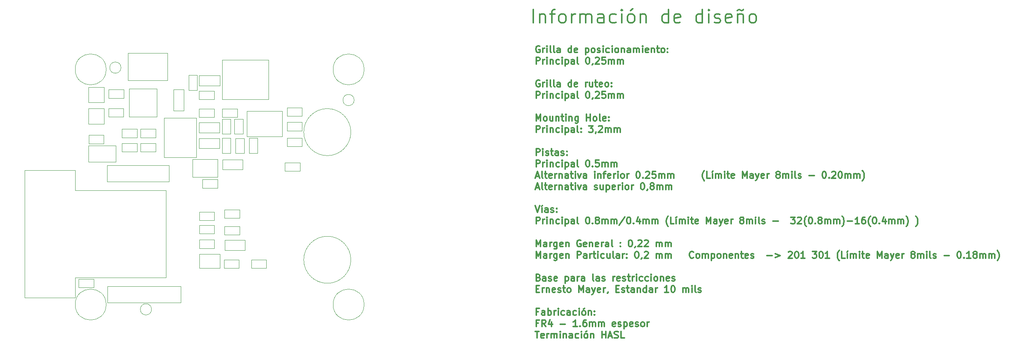
<source format=gbr>
G04 #@! TF.GenerationSoftware,KiCad,Pcbnew,5.1.4-e60b266~84~ubuntu18.04.1*
G04 #@! TF.CreationDate,2020-01-24T11:28:00-03:00*
G04 #@! TF.ProjectId,tecsci_dip,74656373-6369-45f6-9469-702e6b696361,v1.3*
G04 #@! TF.SameCoordinates,Original*
G04 #@! TF.FileFunction,Other,User*
%FSLAX46Y46*%
G04 Gerber Fmt 4.6, Leading zero omitted, Abs format (unit mm)*
G04 Created by KiCad (PCBNEW 5.1.4-e60b266~84~ubuntu18.04.1) date 2020-01-24 11:28:00*
%MOMM*%
%LPD*%
G04 APERTURE LIST*
%ADD10C,0.300000*%
%ADD11C,0.050000*%
G04 APERTURE END LIST*
D10*
X159837857Y-53550000D02*
X159695000Y-53478571D01*
X159480714Y-53478571D01*
X159266428Y-53550000D01*
X159123571Y-53692857D01*
X159052142Y-53835714D01*
X158980714Y-54121428D01*
X158980714Y-54335714D01*
X159052142Y-54621428D01*
X159123571Y-54764285D01*
X159266428Y-54907142D01*
X159480714Y-54978571D01*
X159623571Y-54978571D01*
X159837857Y-54907142D01*
X159909285Y-54835714D01*
X159909285Y-54335714D01*
X159623571Y-54335714D01*
X160552142Y-54978571D02*
X160552142Y-53978571D01*
X160552142Y-54264285D02*
X160623571Y-54121428D01*
X160695000Y-54050000D01*
X160837857Y-53978571D01*
X160980714Y-53978571D01*
X161480714Y-54978571D02*
X161480714Y-53978571D01*
X161480714Y-53478571D02*
X161409285Y-53550000D01*
X161480714Y-53621428D01*
X161552142Y-53550000D01*
X161480714Y-53478571D01*
X161480714Y-53621428D01*
X162409285Y-54978571D02*
X162266428Y-54907142D01*
X162195000Y-54764285D01*
X162195000Y-53478571D01*
X163195000Y-54978571D02*
X163052142Y-54907142D01*
X162980714Y-54764285D01*
X162980714Y-53478571D01*
X164409285Y-54978571D02*
X164409285Y-54192857D01*
X164337857Y-54050000D01*
X164195000Y-53978571D01*
X163909285Y-53978571D01*
X163766428Y-54050000D01*
X164409285Y-54907142D02*
X164266428Y-54978571D01*
X163909285Y-54978571D01*
X163766428Y-54907142D01*
X163695000Y-54764285D01*
X163695000Y-54621428D01*
X163766428Y-54478571D01*
X163909285Y-54407142D01*
X164266428Y-54407142D01*
X164409285Y-54335714D01*
X166909285Y-54978571D02*
X166909285Y-53478571D01*
X166909285Y-54907142D02*
X166766428Y-54978571D01*
X166480714Y-54978571D01*
X166337857Y-54907142D01*
X166266428Y-54835714D01*
X166195000Y-54692857D01*
X166195000Y-54264285D01*
X166266428Y-54121428D01*
X166337857Y-54050000D01*
X166480714Y-53978571D01*
X166766428Y-53978571D01*
X166909285Y-54050000D01*
X168195000Y-54907142D02*
X168052142Y-54978571D01*
X167766428Y-54978571D01*
X167623571Y-54907142D01*
X167552142Y-54764285D01*
X167552142Y-54192857D01*
X167623571Y-54050000D01*
X167766428Y-53978571D01*
X168052142Y-53978571D01*
X168195000Y-54050000D01*
X168266428Y-54192857D01*
X168266428Y-54335714D01*
X167552142Y-54478571D01*
X170052142Y-53978571D02*
X170052142Y-55478571D01*
X170052142Y-54050000D02*
X170195000Y-53978571D01*
X170480714Y-53978571D01*
X170623571Y-54050000D01*
X170695000Y-54121428D01*
X170766428Y-54264285D01*
X170766428Y-54692857D01*
X170695000Y-54835714D01*
X170623571Y-54907142D01*
X170480714Y-54978571D01*
X170195000Y-54978571D01*
X170052142Y-54907142D01*
X171623571Y-54978571D02*
X171480714Y-54907142D01*
X171409285Y-54835714D01*
X171337857Y-54692857D01*
X171337857Y-54264285D01*
X171409285Y-54121428D01*
X171480714Y-54050000D01*
X171623571Y-53978571D01*
X171837857Y-53978571D01*
X171980714Y-54050000D01*
X172052142Y-54121428D01*
X172123571Y-54264285D01*
X172123571Y-54692857D01*
X172052142Y-54835714D01*
X171980714Y-54907142D01*
X171837857Y-54978571D01*
X171623571Y-54978571D01*
X172695000Y-54907142D02*
X172837857Y-54978571D01*
X173123571Y-54978571D01*
X173266428Y-54907142D01*
X173337857Y-54764285D01*
X173337857Y-54692857D01*
X173266428Y-54550000D01*
X173123571Y-54478571D01*
X172909285Y-54478571D01*
X172766428Y-54407142D01*
X172695000Y-54264285D01*
X172695000Y-54192857D01*
X172766428Y-54050000D01*
X172909285Y-53978571D01*
X173123571Y-53978571D01*
X173266428Y-54050000D01*
X173980714Y-54978571D02*
X173980714Y-53978571D01*
X173980714Y-53478571D02*
X173909285Y-53550000D01*
X173980714Y-53621428D01*
X174052142Y-53550000D01*
X173980714Y-53478571D01*
X173980714Y-53621428D01*
X175337857Y-54907142D02*
X175195000Y-54978571D01*
X174909285Y-54978571D01*
X174766428Y-54907142D01*
X174695000Y-54835714D01*
X174623571Y-54692857D01*
X174623571Y-54264285D01*
X174695000Y-54121428D01*
X174766428Y-54050000D01*
X174909285Y-53978571D01*
X175195000Y-53978571D01*
X175337857Y-54050000D01*
X175980714Y-54978571D02*
X175980714Y-53978571D01*
X175980714Y-53478571D02*
X175909285Y-53550000D01*
X175980714Y-53621428D01*
X176052142Y-53550000D01*
X175980714Y-53478571D01*
X175980714Y-53621428D01*
X176909285Y-54978571D02*
X176766428Y-54907142D01*
X176695000Y-54835714D01*
X176623571Y-54692857D01*
X176623571Y-54264285D01*
X176695000Y-54121428D01*
X176766428Y-54050000D01*
X176909285Y-53978571D01*
X177123571Y-53978571D01*
X177266428Y-54050000D01*
X177337857Y-54121428D01*
X177409285Y-54264285D01*
X177409285Y-54692857D01*
X177337857Y-54835714D01*
X177266428Y-54907142D01*
X177123571Y-54978571D01*
X176909285Y-54978571D01*
X178052142Y-53978571D02*
X178052142Y-54978571D01*
X178052142Y-54121428D02*
X178123571Y-54050000D01*
X178266428Y-53978571D01*
X178480714Y-53978571D01*
X178623571Y-54050000D01*
X178695000Y-54192857D01*
X178695000Y-54978571D01*
X180052142Y-54978571D02*
X180052142Y-54192857D01*
X179980714Y-54050000D01*
X179837857Y-53978571D01*
X179552142Y-53978571D01*
X179409285Y-54050000D01*
X180052142Y-54907142D02*
X179909285Y-54978571D01*
X179552142Y-54978571D01*
X179409285Y-54907142D01*
X179337857Y-54764285D01*
X179337857Y-54621428D01*
X179409285Y-54478571D01*
X179552142Y-54407142D01*
X179909285Y-54407142D01*
X180052142Y-54335714D01*
X180766428Y-54978571D02*
X180766428Y-53978571D01*
X180766428Y-54121428D02*
X180837857Y-54050000D01*
X180980714Y-53978571D01*
X181195000Y-53978571D01*
X181337857Y-54050000D01*
X181409285Y-54192857D01*
X181409285Y-54978571D01*
X181409285Y-54192857D02*
X181480714Y-54050000D01*
X181623571Y-53978571D01*
X181837857Y-53978571D01*
X181980714Y-54050000D01*
X182052142Y-54192857D01*
X182052142Y-54978571D01*
X182766428Y-54978571D02*
X182766428Y-53978571D01*
X182766428Y-53478571D02*
X182695000Y-53550000D01*
X182766428Y-53621428D01*
X182837857Y-53550000D01*
X182766428Y-53478571D01*
X182766428Y-53621428D01*
X184052142Y-54907142D02*
X183909285Y-54978571D01*
X183623571Y-54978571D01*
X183480714Y-54907142D01*
X183409285Y-54764285D01*
X183409285Y-54192857D01*
X183480714Y-54050000D01*
X183623571Y-53978571D01*
X183909285Y-53978571D01*
X184052142Y-54050000D01*
X184123571Y-54192857D01*
X184123571Y-54335714D01*
X183409285Y-54478571D01*
X184766428Y-53978571D02*
X184766428Y-54978571D01*
X184766428Y-54121428D02*
X184837857Y-54050000D01*
X184980714Y-53978571D01*
X185195000Y-53978571D01*
X185337857Y-54050000D01*
X185409285Y-54192857D01*
X185409285Y-54978571D01*
X185909285Y-53978571D02*
X186480714Y-53978571D01*
X186123571Y-53478571D02*
X186123571Y-54764285D01*
X186195000Y-54907142D01*
X186337857Y-54978571D01*
X186480714Y-54978571D01*
X187195000Y-54978571D02*
X187052142Y-54907142D01*
X186980714Y-54835714D01*
X186909285Y-54692857D01*
X186909285Y-54264285D01*
X186980714Y-54121428D01*
X187052142Y-54050000D01*
X187195000Y-53978571D01*
X187409285Y-53978571D01*
X187552142Y-54050000D01*
X187623571Y-54121428D01*
X187695000Y-54264285D01*
X187695000Y-54692857D01*
X187623571Y-54835714D01*
X187552142Y-54907142D01*
X187409285Y-54978571D01*
X187195000Y-54978571D01*
X188337857Y-54835714D02*
X188409285Y-54907142D01*
X188337857Y-54978571D01*
X188266428Y-54907142D01*
X188337857Y-54835714D01*
X188337857Y-54978571D01*
X188337857Y-54050000D02*
X188409285Y-54121428D01*
X188337857Y-54192857D01*
X188266428Y-54121428D01*
X188337857Y-54050000D01*
X188337857Y-54192857D01*
X159052142Y-57528571D02*
X159052142Y-56028571D01*
X159623571Y-56028571D01*
X159766428Y-56100000D01*
X159837857Y-56171428D01*
X159909285Y-56314285D01*
X159909285Y-56528571D01*
X159837857Y-56671428D01*
X159766428Y-56742857D01*
X159623571Y-56814285D01*
X159052142Y-56814285D01*
X160552142Y-57528571D02*
X160552142Y-56528571D01*
X160552142Y-56814285D02*
X160623571Y-56671428D01*
X160695000Y-56600000D01*
X160837857Y-56528571D01*
X160980714Y-56528571D01*
X161480714Y-57528571D02*
X161480714Y-56528571D01*
X161480714Y-56028571D02*
X161409285Y-56100000D01*
X161480714Y-56171428D01*
X161552142Y-56100000D01*
X161480714Y-56028571D01*
X161480714Y-56171428D01*
X162195000Y-56528571D02*
X162195000Y-57528571D01*
X162195000Y-56671428D02*
X162266428Y-56600000D01*
X162409285Y-56528571D01*
X162623571Y-56528571D01*
X162766428Y-56600000D01*
X162837857Y-56742857D01*
X162837857Y-57528571D01*
X164195000Y-57457142D02*
X164052142Y-57528571D01*
X163766428Y-57528571D01*
X163623571Y-57457142D01*
X163552142Y-57385714D01*
X163480714Y-57242857D01*
X163480714Y-56814285D01*
X163552142Y-56671428D01*
X163623571Y-56600000D01*
X163766428Y-56528571D01*
X164052142Y-56528571D01*
X164195000Y-56600000D01*
X164837857Y-57528571D02*
X164837857Y-56528571D01*
X164837857Y-56028571D02*
X164766428Y-56100000D01*
X164837857Y-56171428D01*
X164909285Y-56100000D01*
X164837857Y-56028571D01*
X164837857Y-56171428D01*
X165552142Y-56528571D02*
X165552142Y-58028571D01*
X165552142Y-56600000D02*
X165695000Y-56528571D01*
X165980714Y-56528571D01*
X166123571Y-56600000D01*
X166195000Y-56671428D01*
X166266428Y-56814285D01*
X166266428Y-57242857D01*
X166195000Y-57385714D01*
X166123571Y-57457142D01*
X165980714Y-57528571D01*
X165695000Y-57528571D01*
X165552142Y-57457142D01*
X167552142Y-57528571D02*
X167552142Y-56742857D01*
X167480714Y-56600000D01*
X167337857Y-56528571D01*
X167052142Y-56528571D01*
X166909285Y-56600000D01*
X167552142Y-57457142D02*
X167409285Y-57528571D01*
X167052142Y-57528571D01*
X166909285Y-57457142D01*
X166837857Y-57314285D01*
X166837857Y-57171428D01*
X166909285Y-57028571D01*
X167052142Y-56957142D01*
X167409285Y-56957142D01*
X167552142Y-56885714D01*
X168480714Y-57528571D02*
X168337857Y-57457142D01*
X168266428Y-57314285D01*
X168266428Y-56028571D01*
X170480714Y-56028571D02*
X170623571Y-56028571D01*
X170766428Y-56100000D01*
X170837857Y-56171428D01*
X170909285Y-56314285D01*
X170980714Y-56600000D01*
X170980714Y-56957142D01*
X170909285Y-57242857D01*
X170837857Y-57385714D01*
X170766428Y-57457142D01*
X170623571Y-57528571D01*
X170480714Y-57528571D01*
X170337857Y-57457142D01*
X170266428Y-57385714D01*
X170195000Y-57242857D01*
X170123571Y-56957142D01*
X170123571Y-56600000D01*
X170195000Y-56314285D01*
X170266428Y-56171428D01*
X170337857Y-56100000D01*
X170480714Y-56028571D01*
X171695000Y-57457142D02*
X171695000Y-57528571D01*
X171623571Y-57671428D01*
X171552142Y-57742857D01*
X172266428Y-56171428D02*
X172337857Y-56100000D01*
X172480714Y-56028571D01*
X172837857Y-56028571D01*
X172980714Y-56100000D01*
X173052142Y-56171428D01*
X173123571Y-56314285D01*
X173123571Y-56457142D01*
X173052142Y-56671428D01*
X172195000Y-57528571D01*
X173123571Y-57528571D01*
X174480714Y-56028571D02*
X173766428Y-56028571D01*
X173695000Y-56742857D01*
X173766428Y-56671428D01*
X173909285Y-56600000D01*
X174266428Y-56600000D01*
X174409285Y-56671428D01*
X174480714Y-56742857D01*
X174552142Y-56885714D01*
X174552142Y-57242857D01*
X174480714Y-57385714D01*
X174409285Y-57457142D01*
X174266428Y-57528571D01*
X173909285Y-57528571D01*
X173766428Y-57457142D01*
X173695000Y-57385714D01*
X175195000Y-57528571D02*
X175195000Y-56528571D01*
X175195000Y-56671428D02*
X175266428Y-56600000D01*
X175409285Y-56528571D01*
X175623571Y-56528571D01*
X175766428Y-56600000D01*
X175837857Y-56742857D01*
X175837857Y-57528571D01*
X175837857Y-56742857D02*
X175909285Y-56600000D01*
X176052142Y-56528571D01*
X176266428Y-56528571D01*
X176409285Y-56600000D01*
X176480714Y-56742857D01*
X176480714Y-57528571D01*
X177195000Y-57528571D02*
X177195000Y-56528571D01*
X177195000Y-56671428D02*
X177266428Y-56600000D01*
X177409285Y-56528571D01*
X177623571Y-56528571D01*
X177766428Y-56600000D01*
X177837857Y-56742857D01*
X177837857Y-57528571D01*
X177837857Y-56742857D02*
X177909285Y-56600000D01*
X178052142Y-56528571D01*
X178266428Y-56528571D01*
X178409285Y-56600000D01*
X178480714Y-56742857D01*
X178480714Y-57528571D01*
X159837857Y-61200000D02*
X159695000Y-61128571D01*
X159480714Y-61128571D01*
X159266428Y-61200000D01*
X159123571Y-61342857D01*
X159052142Y-61485714D01*
X158980714Y-61771428D01*
X158980714Y-61985714D01*
X159052142Y-62271428D01*
X159123571Y-62414285D01*
X159266428Y-62557142D01*
X159480714Y-62628571D01*
X159623571Y-62628571D01*
X159837857Y-62557142D01*
X159909285Y-62485714D01*
X159909285Y-61985714D01*
X159623571Y-61985714D01*
X160552142Y-62628571D02*
X160552142Y-61628571D01*
X160552142Y-61914285D02*
X160623571Y-61771428D01*
X160695000Y-61700000D01*
X160837857Y-61628571D01*
X160980714Y-61628571D01*
X161480714Y-62628571D02*
X161480714Y-61628571D01*
X161480714Y-61128571D02*
X161409285Y-61200000D01*
X161480714Y-61271428D01*
X161552142Y-61200000D01*
X161480714Y-61128571D01*
X161480714Y-61271428D01*
X162409285Y-62628571D02*
X162266428Y-62557142D01*
X162195000Y-62414285D01*
X162195000Y-61128571D01*
X163195000Y-62628571D02*
X163052142Y-62557142D01*
X162980714Y-62414285D01*
X162980714Y-61128571D01*
X164409285Y-62628571D02*
X164409285Y-61842857D01*
X164337857Y-61700000D01*
X164195000Y-61628571D01*
X163909285Y-61628571D01*
X163766428Y-61700000D01*
X164409285Y-62557142D02*
X164266428Y-62628571D01*
X163909285Y-62628571D01*
X163766428Y-62557142D01*
X163695000Y-62414285D01*
X163695000Y-62271428D01*
X163766428Y-62128571D01*
X163909285Y-62057142D01*
X164266428Y-62057142D01*
X164409285Y-61985714D01*
X166909285Y-62628571D02*
X166909285Y-61128571D01*
X166909285Y-62557142D02*
X166766428Y-62628571D01*
X166480714Y-62628571D01*
X166337857Y-62557142D01*
X166266428Y-62485714D01*
X166195000Y-62342857D01*
X166195000Y-61914285D01*
X166266428Y-61771428D01*
X166337857Y-61700000D01*
X166480714Y-61628571D01*
X166766428Y-61628571D01*
X166909285Y-61700000D01*
X168195000Y-62557142D02*
X168052142Y-62628571D01*
X167766428Y-62628571D01*
X167623571Y-62557142D01*
X167552142Y-62414285D01*
X167552142Y-61842857D01*
X167623571Y-61700000D01*
X167766428Y-61628571D01*
X168052142Y-61628571D01*
X168195000Y-61700000D01*
X168266428Y-61842857D01*
X168266428Y-61985714D01*
X167552142Y-62128571D01*
X170052142Y-62628571D02*
X170052142Y-61628571D01*
X170052142Y-61914285D02*
X170123571Y-61771428D01*
X170195000Y-61700000D01*
X170337857Y-61628571D01*
X170480714Y-61628571D01*
X171623571Y-61628571D02*
X171623571Y-62628571D01*
X170980714Y-61628571D02*
X170980714Y-62414285D01*
X171052142Y-62557142D01*
X171195000Y-62628571D01*
X171409285Y-62628571D01*
X171552142Y-62557142D01*
X171623571Y-62485714D01*
X172123571Y-61628571D02*
X172695000Y-61628571D01*
X172337857Y-61128571D02*
X172337857Y-62414285D01*
X172409285Y-62557142D01*
X172552142Y-62628571D01*
X172695000Y-62628571D01*
X173766428Y-62557142D02*
X173623571Y-62628571D01*
X173337857Y-62628571D01*
X173195000Y-62557142D01*
X173123571Y-62414285D01*
X173123571Y-61842857D01*
X173195000Y-61700000D01*
X173337857Y-61628571D01*
X173623571Y-61628571D01*
X173766428Y-61700000D01*
X173837857Y-61842857D01*
X173837857Y-61985714D01*
X173123571Y-62128571D01*
X174695000Y-62628571D02*
X174552142Y-62557142D01*
X174480714Y-62485714D01*
X174409285Y-62342857D01*
X174409285Y-61914285D01*
X174480714Y-61771428D01*
X174552142Y-61700000D01*
X174695000Y-61628571D01*
X174909285Y-61628571D01*
X175052142Y-61700000D01*
X175123571Y-61771428D01*
X175195000Y-61914285D01*
X175195000Y-62342857D01*
X175123571Y-62485714D01*
X175052142Y-62557142D01*
X174909285Y-62628571D01*
X174695000Y-62628571D01*
X175837857Y-62485714D02*
X175909285Y-62557142D01*
X175837857Y-62628571D01*
X175766428Y-62557142D01*
X175837857Y-62485714D01*
X175837857Y-62628571D01*
X175837857Y-61700000D02*
X175909285Y-61771428D01*
X175837857Y-61842857D01*
X175766428Y-61771428D01*
X175837857Y-61700000D01*
X175837857Y-61842857D01*
X159052142Y-65178571D02*
X159052142Y-63678571D01*
X159623571Y-63678571D01*
X159766428Y-63750000D01*
X159837857Y-63821428D01*
X159909285Y-63964285D01*
X159909285Y-64178571D01*
X159837857Y-64321428D01*
X159766428Y-64392857D01*
X159623571Y-64464285D01*
X159052142Y-64464285D01*
X160552142Y-65178571D02*
X160552142Y-64178571D01*
X160552142Y-64464285D02*
X160623571Y-64321428D01*
X160695000Y-64250000D01*
X160837857Y-64178571D01*
X160980714Y-64178571D01*
X161480714Y-65178571D02*
X161480714Y-64178571D01*
X161480714Y-63678571D02*
X161409285Y-63750000D01*
X161480714Y-63821428D01*
X161552142Y-63750000D01*
X161480714Y-63678571D01*
X161480714Y-63821428D01*
X162195000Y-64178571D02*
X162195000Y-65178571D01*
X162195000Y-64321428D02*
X162266428Y-64250000D01*
X162409285Y-64178571D01*
X162623571Y-64178571D01*
X162766428Y-64250000D01*
X162837857Y-64392857D01*
X162837857Y-65178571D01*
X164195000Y-65107142D02*
X164052142Y-65178571D01*
X163766428Y-65178571D01*
X163623571Y-65107142D01*
X163552142Y-65035714D01*
X163480714Y-64892857D01*
X163480714Y-64464285D01*
X163552142Y-64321428D01*
X163623571Y-64250000D01*
X163766428Y-64178571D01*
X164052142Y-64178571D01*
X164195000Y-64250000D01*
X164837857Y-65178571D02*
X164837857Y-64178571D01*
X164837857Y-63678571D02*
X164766428Y-63750000D01*
X164837857Y-63821428D01*
X164909285Y-63750000D01*
X164837857Y-63678571D01*
X164837857Y-63821428D01*
X165552142Y-64178571D02*
X165552142Y-65678571D01*
X165552142Y-64250000D02*
X165695000Y-64178571D01*
X165980714Y-64178571D01*
X166123571Y-64250000D01*
X166195000Y-64321428D01*
X166266428Y-64464285D01*
X166266428Y-64892857D01*
X166195000Y-65035714D01*
X166123571Y-65107142D01*
X165980714Y-65178571D01*
X165695000Y-65178571D01*
X165552142Y-65107142D01*
X167552142Y-65178571D02*
X167552142Y-64392857D01*
X167480714Y-64250000D01*
X167337857Y-64178571D01*
X167052142Y-64178571D01*
X166909285Y-64250000D01*
X167552142Y-65107142D02*
X167409285Y-65178571D01*
X167052142Y-65178571D01*
X166909285Y-65107142D01*
X166837857Y-64964285D01*
X166837857Y-64821428D01*
X166909285Y-64678571D01*
X167052142Y-64607142D01*
X167409285Y-64607142D01*
X167552142Y-64535714D01*
X168480714Y-65178571D02*
X168337857Y-65107142D01*
X168266428Y-64964285D01*
X168266428Y-63678571D01*
X170480714Y-63678571D02*
X170623571Y-63678571D01*
X170766428Y-63750000D01*
X170837857Y-63821428D01*
X170909285Y-63964285D01*
X170980714Y-64250000D01*
X170980714Y-64607142D01*
X170909285Y-64892857D01*
X170837857Y-65035714D01*
X170766428Y-65107142D01*
X170623571Y-65178571D01*
X170480714Y-65178571D01*
X170337857Y-65107142D01*
X170266428Y-65035714D01*
X170195000Y-64892857D01*
X170123571Y-64607142D01*
X170123571Y-64250000D01*
X170195000Y-63964285D01*
X170266428Y-63821428D01*
X170337857Y-63750000D01*
X170480714Y-63678571D01*
X171695000Y-65107142D02*
X171695000Y-65178571D01*
X171623571Y-65321428D01*
X171552142Y-65392857D01*
X172266428Y-63821428D02*
X172337857Y-63750000D01*
X172480714Y-63678571D01*
X172837857Y-63678571D01*
X172980714Y-63750000D01*
X173052142Y-63821428D01*
X173123571Y-63964285D01*
X173123571Y-64107142D01*
X173052142Y-64321428D01*
X172195000Y-65178571D01*
X173123571Y-65178571D01*
X174480714Y-63678571D02*
X173766428Y-63678571D01*
X173695000Y-64392857D01*
X173766428Y-64321428D01*
X173909285Y-64250000D01*
X174266428Y-64250000D01*
X174409285Y-64321428D01*
X174480714Y-64392857D01*
X174552142Y-64535714D01*
X174552142Y-64892857D01*
X174480714Y-65035714D01*
X174409285Y-65107142D01*
X174266428Y-65178571D01*
X173909285Y-65178571D01*
X173766428Y-65107142D01*
X173695000Y-65035714D01*
X175195000Y-65178571D02*
X175195000Y-64178571D01*
X175195000Y-64321428D02*
X175266428Y-64250000D01*
X175409285Y-64178571D01*
X175623571Y-64178571D01*
X175766428Y-64250000D01*
X175837857Y-64392857D01*
X175837857Y-65178571D01*
X175837857Y-64392857D02*
X175909285Y-64250000D01*
X176052142Y-64178571D01*
X176266428Y-64178571D01*
X176409285Y-64250000D01*
X176480714Y-64392857D01*
X176480714Y-65178571D01*
X177195000Y-65178571D02*
X177195000Y-64178571D01*
X177195000Y-64321428D02*
X177266428Y-64250000D01*
X177409285Y-64178571D01*
X177623571Y-64178571D01*
X177766428Y-64250000D01*
X177837857Y-64392857D01*
X177837857Y-65178571D01*
X177837857Y-64392857D02*
X177909285Y-64250000D01*
X178052142Y-64178571D01*
X178266428Y-64178571D01*
X178409285Y-64250000D01*
X178480714Y-64392857D01*
X178480714Y-65178571D01*
X159052142Y-70278571D02*
X159052142Y-68778571D01*
X159552142Y-69850000D01*
X160052142Y-68778571D01*
X160052142Y-70278571D01*
X160980714Y-70278571D02*
X160837857Y-70207142D01*
X160766428Y-70135714D01*
X160695000Y-69992857D01*
X160695000Y-69564285D01*
X160766428Y-69421428D01*
X160837857Y-69350000D01*
X160980714Y-69278571D01*
X161195000Y-69278571D01*
X161337857Y-69350000D01*
X161409285Y-69421428D01*
X161480714Y-69564285D01*
X161480714Y-69992857D01*
X161409285Y-70135714D01*
X161337857Y-70207142D01*
X161195000Y-70278571D01*
X160980714Y-70278571D01*
X162766428Y-69278571D02*
X162766428Y-70278571D01*
X162123571Y-69278571D02*
X162123571Y-70064285D01*
X162195000Y-70207142D01*
X162337857Y-70278571D01*
X162552142Y-70278571D01*
X162695000Y-70207142D01*
X162766428Y-70135714D01*
X163480714Y-69278571D02*
X163480714Y-70278571D01*
X163480714Y-69421428D02*
X163552142Y-69350000D01*
X163695000Y-69278571D01*
X163909285Y-69278571D01*
X164052142Y-69350000D01*
X164123571Y-69492857D01*
X164123571Y-70278571D01*
X164623571Y-69278571D02*
X165195000Y-69278571D01*
X164837857Y-68778571D02*
X164837857Y-70064285D01*
X164909285Y-70207142D01*
X165052142Y-70278571D01*
X165195000Y-70278571D01*
X165695000Y-70278571D02*
X165695000Y-69278571D01*
X165695000Y-68778571D02*
X165623571Y-68850000D01*
X165695000Y-68921428D01*
X165766428Y-68850000D01*
X165695000Y-68778571D01*
X165695000Y-68921428D01*
X166409285Y-69278571D02*
X166409285Y-70278571D01*
X166409285Y-69421428D02*
X166480714Y-69350000D01*
X166623571Y-69278571D01*
X166837857Y-69278571D01*
X166980714Y-69350000D01*
X167052142Y-69492857D01*
X167052142Y-70278571D01*
X168409285Y-69278571D02*
X168409285Y-70492857D01*
X168337857Y-70635714D01*
X168266428Y-70707142D01*
X168123571Y-70778571D01*
X167909285Y-70778571D01*
X167766428Y-70707142D01*
X168409285Y-70207142D02*
X168266428Y-70278571D01*
X167980714Y-70278571D01*
X167837857Y-70207142D01*
X167766428Y-70135714D01*
X167695000Y-69992857D01*
X167695000Y-69564285D01*
X167766428Y-69421428D01*
X167837857Y-69350000D01*
X167980714Y-69278571D01*
X168266428Y-69278571D01*
X168409285Y-69350000D01*
X170266428Y-70278571D02*
X170266428Y-68778571D01*
X170266428Y-69492857D02*
X171123571Y-69492857D01*
X171123571Y-70278571D02*
X171123571Y-68778571D01*
X172052142Y-70278571D02*
X171909285Y-70207142D01*
X171837857Y-70135714D01*
X171766428Y-69992857D01*
X171766428Y-69564285D01*
X171837857Y-69421428D01*
X171909285Y-69350000D01*
X172052142Y-69278571D01*
X172266428Y-69278571D01*
X172409285Y-69350000D01*
X172480714Y-69421428D01*
X172552142Y-69564285D01*
X172552142Y-69992857D01*
X172480714Y-70135714D01*
X172409285Y-70207142D01*
X172266428Y-70278571D01*
X172052142Y-70278571D01*
X173409285Y-70278571D02*
X173266428Y-70207142D01*
X173195000Y-70064285D01*
X173195000Y-68778571D01*
X174552142Y-70207142D02*
X174409285Y-70278571D01*
X174123571Y-70278571D01*
X173980714Y-70207142D01*
X173909285Y-70064285D01*
X173909285Y-69492857D01*
X173980714Y-69350000D01*
X174123571Y-69278571D01*
X174409285Y-69278571D01*
X174552142Y-69350000D01*
X174623571Y-69492857D01*
X174623571Y-69635714D01*
X173909285Y-69778571D01*
X175266428Y-70135714D02*
X175337857Y-70207142D01*
X175266428Y-70278571D01*
X175195000Y-70207142D01*
X175266428Y-70135714D01*
X175266428Y-70278571D01*
X175266428Y-69350000D02*
X175337857Y-69421428D01*
X175266428Y-69492857D01*
X175195000Y-69421428D01*
X175266428Y-69350000D01*
X175266428Y-69492857D01*
X159052142Y-72828571D02*
X159052142Y-71328571D01*
X159623571Y-71328571D01*
X159766428Y-71400000D01*
X159837857Y-71471428D01*
X159909285Y-71614285D01*
X159909285Y-71828571D01*
X159837857Y-71971428D01*
X159766428Y-72042857D01*
X159623571Y-72114285D01*
X159052142Y-72114285D01*
X160552142Y-72828571D02*
X160552142Y-71828571D01*
X160552142Y-72114285D02*
X160623571Y-71971428D01*
X160695000Y-71900000D01*
X160837857Y-71828571D01*
X160980714Y-71828571D01*
X161480714Y-72828571D02*
X161480714Y-71828571D01*
X161480714Y-71328571D02*
X161409285Y-71400000D01*
X161480714Y-71471428D01*
X161552142Y-71400000D01*
X161480714Y-71328571D01*
X161480714Y-71471428D01*
X162195000Y-71828571D02*
X162195000Y-72828571D01*
X162195000Y-71971428D02*
X162266428Y-71900000D01*
X162409285Y-71828571D01*
X162623571Y-71828571D01*
X162766428Y-71900000D01*
X162837857Y-72042857D01*
X162837857Y-72828571D01*
X164195000Y-72757142D02*
X164052142Y-72828571D01*
X163766428Y-72828571D01*
X163623571Y-72757142D01*
X163552142Y-72685714D01*
X163480714Y-72542857D01*
X163480714Y-72114285D01*
X163552142Y-71971428D01*
X163623571Y-71900000D01*
X163766428Y-71828571D01*
X164052142Y-71828571D01*
X164195000Y-71900000D01*
X164837857Y-72828571D02*
X164837857Y-71828571D01*
X164837857Y-71328571D02*
X164766428Y-71400000D01*
X164837857Y-71471428D01*
X164909285Y-71400000D01*
X164837857Y-71328571D01*
X164837857Y-71471428D01*
X165552142Y-71828571D02*
X165552142Y-73328571D01*
X165552142Y-71900000D02*
X165695000Y-71828571D01*
X165980714Y-71828571D01*
X166123571Y-71900000D01*
X166195000Y-71971428D01*
X166266428Y-72114285D01*
X166266428Y-72542857D01*
X166195000Y-72685714D01*
X166123571Y-72757142D01*
X165980714Y-72828571D01*
X165695000Y-72828571D01*
X165552142Y-72757142D01*
X167552142Y-72828571D02*
X167552142Y-72042857D01*
X167480714Y-71900000D01*
X167337857Y-71828571D01*
X167052142Y-71828571D01*
X166909285Y-71900000D01*
X167552142Y-72757142D02*
X167409285Y-72828571D01*
X167052142Y-72828571D01*
X166909285Y-72757142D01*
X166837857Y-72614285D01*
X166837857Y-72471428D01*
X166909285Y-72328571D01*
X167052142Y-72257142D01*
X167409285Y-72257142D01*
X167552142Y-72185714D01*
X168480714Y-72828571D02*
X168337857Y-72757142D01*
X168266428Y-72614285D01*
X168266428Y-71328571D01*
X169052142Y-72685714D02*
X169123571Y-72757142D01*
X169052142Y-72828571D01*
X168980714Y-72757142D01*
X169052142Y-72685714D01*
X169052142Y-72828571D01*
X169052142Y-71900000D02*
X169123571Y-71971428D01*
X169052142Y-72042857D01*
X168980714Y-71971428D01*
X169052142Y-71900000D01*
X169052142Y-72042857D01*
X170766428Y-71328571D02*
X171695000Y-71328571D01*
X171195000Y-71900000D01*
X171409285Y-71900000D01*
X171552142Y-71971428D01*
X171623571Y-72042857D01*
X171695000Y-72185714D01*
X171695000Y-72542857D01*
X171623571Y-72685714D01*
X171552142Y-72757142D01*
X171409285Y-72828571D01*
X170980714Y-72828571D01*
X170837857Y-72757142D01*
X170766428Y-72685714D01*
X172409285Y-72757142D02*
X172409285Y-72828571D01*
X172337857Y-72971428D01*
X172266428Y-73042857D01*
X172980714Y-71471428D02*
X173052142Y-71400000D01*
X173195000Y-71328571D01*
X173552142Y-71328571D01*
X173695000Y-71400000D01*
X173766428Y-71471428D01*
X173837857Y-71614285D01*
X173837857Y-71757142D01*
X173766428Y-71971428D01*
X172909285Y-72828571D01*
X173837857Y-72828571D01*
X174480714Y-72828571D02*
X174480714Y-71828571D01*
X174480714Y-71971428D02*
X174552142Y-71900000D01*
X174695000Y-71828571D01*
X174909285Y-71828571D01*
X175052142Y-71900000D01*
X175123571Y-72042857D01*
X175123571Y-72828571D01*
X175123571Y-72042857D02*
X175195000Y-71900000D01*
X175337857Y-71828571D01*
X175552142Y-71828571D01*
X175695000Y-71900000D01*
X175766428Y-72042857D01*
X175766428Y-72828571D01*
X176480714Y-72828571D02*
X176480714Y-71828571D01*
X176480714Y-71971428D02*
X176552142Y-71900000D01*
X176695000Y-71828571D01*
X176909285Y-71828571D01*
X177052142Y-71900000D01*
X177123571Y-72042857D01*
X177123571Y-72828571D01*
X177123571Y-72042857D02*
X177195000Y-71900000D01*
X177337857Y-71828571D01*
X177552142Y-71828571D01*
X177695000Y-71900000D01*
X177766428Y-72042857D01*
X177766428Y-72828571D01*
X159052142Y-77928571D02*
X159052142Y-76428571D01*
X159623571Y-76428571D01*
X159766428Y-76500000D01*
X159837857Y-76571428D01*
X159909285Y-76714285D01*
X159909285Y-76928571D01*
X159837857Y-77071428D01*
X159766428Y-77142857D01*
X159623571Y-77214285D01*
X159052142Y-77214285D01*
X160552142Y-77928571D02*
X160552142Y-76928571D01*
X160552142Y-76428571D02*
X160480714Y-76500000D01*
X160552142Y-76571428D01*
X160623571Y-76500000D01*
X160552142Y-76428571D01*
X160552142Y-76571428D01*
X161195000Y-77857142D02*
X161337857Y-77928571D01*
X161623571Y-77928571D01*
X161766428Y-77857142D01*
X161837857Y-77714285D01*
X161837857Y-77642857D01*
X161766428Y-77500000D01*
X161623571Y-77428571D01*
X161409285Y-77428571D01*
X161266428Y-77357142D01*
X161195000Y-77214285D01*
X161195000Y-77142857D01*
X161266428Y-77000000D01*
X161409285Y-76928571D01*
X161623571Y-76928571D01*
X161766428Y-77000000D01*
X162266428Y-76928571D02*
X162837857Y-76928571D01*
X162480714Y-76428571D02*
X162480714Y-77714285D01*
X162552142Y-77857142D01*
X162695000Y-77928571D01*
X162837857Y-77928571D01*
X163980714Y-77928571D02*
X163980714Y-77142857D01*
X163909285Y-77000000D01*
X163766428Y-76928571D01*
X163480714Y-76928571D01*
X163337857Y-77000000D01*
X163980714Y-77857142D02*
X163837857Y-77928571D01*
X163480714Y-77928571D01*
X163337857Y-77857142D01*
X163266428Y-77714285D01*
X163266428Y-77571428D01*
X163337857Y-77428571D01*
X163480714Y-77357142D01*
X163837857Y-77357142D01*
X163980714Y-77285714D01*
X164623571Y-77857142D02*
X164766428Y-77928571D01*
X165052142Y-77928571D01*
X165195000Y-77857142D01*
X165266428Y-77714285D01*
X165266428Y-77642857D01*
X165195000Y-77500000D01*
X165052142Y-77428571D01*
X164837857Y-77428571D01*
X164695000Y-77357142D01*
X164623571Y-77214285D01*
X164623571Y-77142857D01*
X164695000Y-77000000D01*
X164837857Y-76928571D01*
X165052142Y-76928571D01*
X165195000Y-77000000D01*
X165909285Y-77785714D02*
X165980714Y-77857142D01*
X165909285Y-77928571D01*
X165837857Y-77857142D01*
X165909285Y-77785714D01*
X165909285Y-77928571D01*
X165909285Y-77000000D02*
X165980714Y-77071428D01*
X165909285Y-77142857D01*
X165837857Y-77071428D01*
X165909285Y-77000000D01*
X165909285Y-77142857D01*
X159052142Y-80478571D02*
X159052142Y-78978571D01*
X159623571Y-78978571D01*
X159766428Y-79050000D01*
X159837857Y-79121428D01*
X159909285Y-79264285D01*
X159909285Y-79478571D01*
X159837857Y-79621428D01*
X159766428Y-79692857D01*
X159623571Y-79764285D01*
X159052142Y-79764285D01*
X160552142Y-80478571D02*
X160552142Y-79478571D01*
X160552142Y-79764285D02*
X160623571Y-79621428D01*
X160695000Y-79550000D01*
X160837857Y-79478571D01*
X160980714Y-79478571D01*
X161480714Y-80478571D02*
X161480714Y-79478571D01*
X161480714Y-78978571D02*
X161409285Y-79050000D01*
X161480714Y-79121428D01*
X161552142Y-79050000D01*
X161480714Y-78978571D01*
X161480714Y-79121428D01*
X162195000Y-79478571D02*
X162195000Y-80478571D01*
X162195000Y-79621428D02*
X162266428Y-79550000D01*
X162409285Y-79478571D01*
X162623571Y-79478571D01*
X162766428Y-79550000D01*
X162837857Y-79692857D01*
X162837857Y-80478571D01*
X164195000Y-80407142D02*
X164052142Y-80478571D01*
X163766428Y-80478571D01*
X163623571Y-80407142D01*
X163552142Y-80335714D01*
X163480714Y-80192857D01*
X163480714Y-79764285D01*
X163552142Y-79621428D01*
X163623571Y-79550000D01*
X163766428Y-79478571D01*
X164052142Y-79478571D01*
X164195000Y-79550000D01*
X164837857Y-80478571D02*
X164837857Y-79478571D01*
X164837857Y-78978571D02*
X164766428Y-79050000D01*
X164837857Y-79121428D01*
X164909285Y-79050000D01*
X164837857Y-78978571D01*
X164837857Y-79121428D01*
X165552142Y-79478571D02*
X165552142Y-80978571D01*
X165552142Y-79550000D02*
X165695000Y-79478571D01*
X165980714Y-79478571D01*
X166123571Y-79550000D01*
X166195000Y-79621428D01*
X166266428Y-79764285D01*
X166266428Y-80192857D01*
X166195000Y-80335714D01*
X166123571Y-80407142D01*
X165980714Y-80478571D01*
X165695000Y-80478571D01*
X165552142Y-80407142D01*
X167552142Y-80478571D02*
X167552142Y-79692857D01*
X167480714Y-79550000D01*
X167337857Y-79478571D01*
X167052142Y-79478571D01*
X166909285Y-79550000D01*
X167552142Y-80407142D02*
X167409285Y-80478571D01*
X167052142Y-80478571D01*
X166909285Y-80407142D01*
X166837857Y-80264285D01*
X166837857Y-80121428D01*
X166909285Y-79978571D01*
X167052142Y-79907142D01*
X167409285Y-79907142D01*
X167552142Y-79835714D01*
X168480714Y-80478571D02*
X168337857Y-80407142D01*
X168266428Y-80264285D01*
X168266428Y-78978571D01*
X170480714Y-78978571D02*
X170623571Y-78978571D01*
X170766428Y-79050000D01*
X170837857Y-79121428D01*
X170909285Y-79264285D01*
X170980714Y-79550000D01*
X170980714Y-79907142D01*
X170909285Y-80192857D01*
X170837857Y-80335714D01*
X170766428Y-80407142D01*
X170623571Y-80478571D01*
X170480714Y-80478571D01*
X170337857Y-80407142D01*
X170266428Y-80335714D01*
X170195000Y-80192857D01*
X170123571Y-79907142D01*
X170123571Y-79550000D01*
X170195000Y-79264285D01*
X170266428Y-79121428D01*
X170337857Y-79050000D01*
X170480714Y-78978571D01*
X171623571Y-80335714D02*
X171695000Y-80407142D01*
X171623571Y-80478571D01*
X171552142Y-80407142D01*
X171623571Y-80335714D01*
X171623571Y-80478571D01*
X173052142Y-78978571D02*
X172337857Y-78978571D01*
X172266428Y-79692857D01*
X172337857Y-79621428D01*
X172480714Y-79550000D01*
X172837857Y-79550000D01*
X172980714Y-79621428D01*
X173052142Y-79692857D01*
X173123571Y-79835714D01*
X173123571Y-80192857D01*
X173052142Y-80335714D01*
X172980714Y-80407142D01*
X172837857Y-80478571D01*
X172480714Y-80478571D01*
X172337857Y-80407142D01*
X172266428Y-80335714D01*
X173766428Y-80478571D02*
X173766428Y-79478571D01*
X173766428Y-79621428D02*
X173837857Y-79550000D01*
X173980714Y-79478571D01*
X174195000Y-79478571D01*
X174337857Y-79550000D01*
X174409285Y-79692857D01*
X174409285Y-80478571D01*
X174409285Y-79692857D02*
X174480714Y-79550000D01*
X174623571Y-79478571D01*
X174837857Y-79478571D01*
X174980714Y-79550000D01*
X175052142Y-79692857D01*
X175052142Y-80478571D01*
X175766428Y-80478571D02*
X175766428Y-79478571D01*
X175766428Y-79621428D02*
X175837857Y-79550000D01*
X175980714Y-79478571D01*
X176195000Y-79478571D01*
X176337857Y-79550000D01*
X176409285Y-79692857D01*
X176409285Y-80478571D01*
X176409285Y-79692857D02*
X176480714Y-79550000D01*
X176623571Y-79478571D01*
X176837857Y-79478571D01*
X176980714Y-79550000D01*
X177052142Y-79692857D01*
X177052142Y-80478571D01*
X158980714Y-82600000D02*
X159695000Y-82600000D01*
X158837857Y-83028571D02*
X159337857Y-81528571D01*
X159837857Y-83028571D01*
X160552142Y-83028571D02*
X160409285Y-82957142D01*
X160337857Y-82814285D01*
X160337857Y-81528571D01*
X160909285Y-82028571D02*
X161480714Y-82028571D01*
X161123571Y-81528571D02*
X161123571Y-82814285D01*
X161195000Y-82957142D01*
X161337857Y-83028571D01*
X161480714Y-83028571D01*
X162552142Y-82957142D02*
X162409285Y-83028571D01*
X162123571Y-83028571D01*
X161980714Y-82957142D01*
X161909285Y-82814285D01*
X161909285Y-82242857D01*
X161980714Y-82100000D01*
X162123571Y-82028571D01*
X162409285Y-82028571D01*
X162552142Y-82100000D01*
X162623571Y-82242857D01*
X162623571Y-82385714D01*
X161909285Y-82528571D01*
X163266428Y-83028571D02*
X163266428Y-82028571D01*
X163266428Y-82314285D02*
X163337857Y-82171428D01*
X163409285Y-82100000D01*
X163552142Y-82028571D01*
X163695000Y-82028571D01*
X164195000Y-82028571D02*
X164195000Y-83028571D01*
X164195000Y-82171428D02*
X164266428Y-82100000D01*
X164409285Y-82028571D01*
X164623571Y-82028571D01*
X164766428Y-82100000D01*
X164837857Y-82242857D01*
X164837857Y-83028571D01*
X166195000Y-83028571D02*
X166195000Y-82242857D01*
X166123571Y-82100000D01*
X165980714Y-82028571D01*
X165695000Y-82028571D01*
X165552142Y-82100000D01*
X166195000Y-82957142D02*
X166052142Y-83028571D01*
X165695000Y-83028571D01*
X165552142Y-82957142D01*
X165480714Y-82814285D01*
X165480714Y-82671428D01*
X165552142Y-82528571D01*
X165695000Y-82457142D01*
X166052142Y-82457142D01*
X166195000Y-82385714D01*
X166695000Y-82028571D02*
X167266428Y-82028571D01*
X166909285Y-81528571D02*
X166909285Y-82814285D01*
X166980714Y-82957142D01*
X167123571Y-83028571D01*
X167266428Y-83028571D01*
X167766428Y-83028571D02*
X167766428Y-82028571D01*
X167766428Y-81528571D02*
X167695000Y-81600000D01*
X167766428Y-81671428D01*
X167837857Y-81600000D01*
X167766428Y-81528571D01*
X167766428Y-81671428D01*
X168337857Y-82028571D02*
X168695000Y-83028571D01*
X169052142Y-82028571D01*
X170266428Y-83028571D02*
X170266428Y-82242857D01*
X170195000Y-82100000D01*
X170052142Y-82028571D01*
X169766428Y-82028571D01*
X169623571Y-82100000D01*
X170266428Y-82957142D02*
X170123571Y-83028571D01*
X169766428Y-83028571D01*
X169623571Y-82957142D01*
X169552142Y-82814285D01*
X169552142Y-82671428D01*
X169623571Y-82528571D01*
X169766428Y-82457142D01*
X170123571Y-82457142D01*
X170266428Y-82385714D01*
X172123571Y-83028571D02*
X172123571Y-82028571D01*
X172123571Y-81528571D02*
X172052142Y-81600000D01*
X172123571Y-81671428D01*
X172195000Y-81600000D01*
X172123571Y-81528571D01*
X172123571Y-81671428D01*
X172837857Y-82028571D02*
X172837857Y-83028571D01*
X172837857Y-82171428D02*
X172909285Y-82100000D01*
X173052142Y-82028571D01*
X173266428Y-82028571D01*
X173409285Y-82100000D01*
X173480714Y-82242857D01*
X173480714Y-83028571D01*
X173980714Y-82028571D02*
X174552142Y-82028571D01*
X174195000Y-83028571D02*
X174195000Y-81742857D01*
X174266428Y-81600000D01*
X174409285Y-81528571D01*
X174552142Y-81528571D01*
X175623571Y-82957142D02*
X175480714Y-83028571D01*
X175195000Y-83028571D01*
X175052142Y-82957142D01*
X174980714Y-82814285D01*
X174980714Y-82242857D01*
X175052142Y-82100000D01*
X175195000Y-82028571D01*
X175480714Y-82028571D01*
X175623571Y-82100000D01*
X175695000Y-82242857D01*
X175695000Y-82385714D01*
X174980714Y-82528571D01*
X176337857Y-83028571D02*
X176337857Y-82028571D01*
X176337857Y-82314285D02*
X176409285Y-82171428D01*
X176480714Y-82100000D01*
X176623571Y-82028571D01*
X176766428Y-82028571D01*
X177266428Y-83028571D02*
X177266428Y-82028571D01*
X177266428Y-81528571D02*
X177195000Y-81600000D01*
X177266428Y-81671428D01*
X177337857Y-81600000D01*
X177266428Y-81528571D01*
X177266428Y-81671428D01*
X178195000Y-83028571D02*
X178052142Y-82957142D01*
X177980714Y-82885714D01*
X177909285Y-82742857D01*
X177909285Y-82314285D01*
X177980714Y-82171428D01*
X178052142Y-82100000D01*
X178195000Y-82028571D01*
X178409285Y-82028571D01*
X178552142Y-82100000D01*
X178623571Y-82171428D01*
X178695000Y-82314285D01*
X178695000Y-82742857D01*
X178623571Y-82885714D01*
X178552142Y-82957142D01*
X178409285Y-83028571D01*
X178195000Y-83028571D01*
X179337857Y-83028571D02*
X179337857Y-82028571D01*
X179337857Y-82314285D02*
X179409285Y-82171428D01*
X179480714Y-82100000D01*
X179623571Y-82028571D01*
X179766428Y-82028571D01*
X181695000Y-81528571D02*
X181837857Y-81528571D01*
X181980714Y-81600000D01*
X182052142Y-81671428D01*
X182123571Y-81814285D01*
X182195000Y-82100000D01*
X182195000Y-82457142D01*
X182123571Y-82742857D01*
X182052142Y-82885714D01*
X181980714Y-82957142D01*
X181837857Y-83028571D01*
X181695000Y-83028571D01*
X181552142Y-82957142D01*
X181480714Y-82885714D01*
X181409285Y-82742857D01*
X181337857Y-82457142D01*
X181337857Y-82100000D01*
X181409285Y-81814285D01*
X181480714Y-81671428D01*
X181552142Y-81600000D01*
X181695000Y-81528571D01*
X182837857Y-82885714D02*
X182909285Y-82957142D01*
X182837857Y-83028571D01*
X182766428Y-82957142D01*
X182837857Y-82885714D01*
X182837857Y-83028571D01*
X183480714Y-81671428D02*
X183552142Y-81600000D01*
X183695000Y-81528571D01*
X184052142Y-81528571D01*
X184195000Y-81600000D01*
X184266428Y-81671428D01*
X184337857Y-81814285D01*
X184337857Y-81957142D01*
X184266428Y-82171428D01*
X183409285Y-83028571D01*
X184337857Y-83028571D01*
X185695000Y-81528571D02*
X184980714Y-81528571D01*
X184909285Y-82242857D01*
X184980714Y-82171428D01*
X185123571Y-82100000D01*
X185480714Y-82100000D01*
X185623571Y-82171428D01*
X185695000Y-82242857D01*
X185766428Y-82385714D01*
X185766428Y-82742857D01*
X185695000Y-82885714D01*
X185623571Y-82957142D01*
X185480714Y-83028571D01*
X185123571Y-83028571D01*
X184980714Y-82957142D01*
X184909285Y-82885714D01*
X186409285Y-83028571D02*
X186409285Y-82028571D01*
X186409285Y-82171428D02*
X186480714Y-82100000D01*
X186623571Y-82028571D01*
X186837857Y-82028571D01*
X186980714Y-82100000D01*
X187052142Y-82242857D01*
X187052142Y-83028571D01*
X187052142Y-82242857D02*
X187123571Y-82100000D01*
X187266428Y-82028571D01*
X187480714Y-82028571D01*
X187623571Y-82100000D01*
X187695000Y-82242857D01*
X187695000Y-83028571D01*
X188409285Y-83028571D02*
X188409285Y-82028571D01*
X188409285Y-82171428D02*
X188480714Y-82100000D01*
X188623571Y-82028571D01*
X188837857Y-82028571D01*
X188980714Y-82100000D01*
X189052142Y-82242857D01*
X189052142Y-83028571D01*
X189052142Y-82242857D02*
X189123571Y-82100000D01*
X189266428Y-82028571D01*
X189480714Y-82028571D01*
X189623571Y-82100000D01*
X189695000Y-82242857D01*
X189695000Y-83028571D01*
X196552142Y-83600000D02*
X196480714Y-83528571D01*
X196337857Y-83314285D01*
X196266428Y-83171428D01*
X196195000Y-82957142D01*
X196123571Y-82600000D01*
X196123571Y-82314285D01*
X196195000Y-81957142D01*
X196266428Y-81742857D01*
X196337857Y-81600000D01*
X196480714Y-81385714D01*
X196552142Y-81314285D01*
X197837857Y-83028571D02*
X197123571Y-83028571D01*
X197123571Y-81528571D01*
X198337857Y-83028571D02*
X198337857Y-82028571D01*
X198480714Y-81457142D02*
X198266428Y-81671428D01*
X199052142Y-83028571D02*
X199052142Y-82028571D01*
X199052142Y-82171428D02*
X199123571Y-82100000D01*
X199266428Y-82028571D01*
X199480714Y-82028571D01*
X199623571Y-82100000D01*
X199695000Y-82242857D01*
X199695000Y-83028571D01*
X199695000Y-82242857D02*
X199766428Y-82100000D01*
X199909285Y-82028571D01*
X200123571Y-82028571D01*
X200266428Y-82100000D01*
X200337857Y-82242857D01*
X200337857Y-83028571D01*
X201052142Y-83028571D02*
X201052142Y-82028571D01*
X201052142Y-81528571D02*
X200980714Y-81600000D01*
X201052142Y-81671428D01*
X201123571Y-81600000D01*
X201052142Y-81528571D01*
X201052142Y-81671428D01*
X201552142Y-82028571D02*
X202123571Y-82028571D01*
X201766428Y-81528571D02*
X201766428Y-82814285D01*
X201837857Y-82957142D01*
X201980714Y-83028571D01*
X202123571Y-83028571D01*
X203195000Y-82957142D02*
X203052142Y-83028571D01*
X202766428Y-83028571D01*
X202623571Y-82957142D01*
X202552142Y-82814285D01*
X202552142Y-82242857D01*
X202623571Y-82100000D01*
X202766428Y-82028571D01*
X203052142Y-82028571D01*
X203195000Y-82100000D01*
X203266428Y-82242857D01*
X203266428Y-82385714D01*
X202552142Y-82528571D01*
X205052142Y-83028571D02*
X205052142Y-81528571D01*
X205552142Y-82600000D01*
X206052142Y-81528571D01*
X206052142Y-83028571D01*
X207409285Y-83028571D02*
X207409285Y-82242857D01*
X207337857Y-82100000D01*
X207195000Y-82028571D01*
X206909285Y-82028571D01*
X206766428Y-82100000D01*
X207409285Y-82957142D02*
X207266428Y-83028571D01*
X206909285Y-83028571D01*
X206766428Y-82957142D01*
X206695000Y-82814285D01*
X206695000Y-82671428D01*
X206766428Y-82528571D01*
X206909285Y-82457142D01*
X207266428Y-82457142D01*
X207409285Y-82385714D01*
X207980714Y-82028571D02*
X208337857Y-83028571D01*
X208695000Y-82028571D02*
X208337857Y-83028571D01*
X208195000Y-83385714D01*
X208123571Y-83457142D01*
X207980714Y-83528571D01*
X209837857Y-82957142D02*
X209695000Y-83028571D01*
X209409285Y-83028571D01*
X209266428Y-82957142D01*
X209195000Y-82814285D01*
X209195000Y-82242857D01*
X209266428Y-82100000D01*
X209409285Y-82028571D01*
X209695000Y-82028571D01*
X209837857Y-82100000D01*
X209909285Y-82242857D01*
X209909285Y-82385714D01*
X209195000Y-82528571D01*
X210552142Y-83028571D02*
X210552142Y-82028571D01*
X210552142Y-82314285D02*
X210623571Y-82171428D01*
X210695000Y-82100000D01*
X210837857Y-82028571D01*
X210980714Y-82028571D01*
X212837857Y-82171428D02*
X212695000Y-82100000D01*
X212623571Y-82028571D01*
X212552142Y-81885714D01*
X212552142Y-81814285D01*
X212623571Y-81671428D01*
X212695000Y-81600000D01*
X212837857Y-81528571D01*
X213123571Y-81528571D01*
X213266428Y-81600000D01*
X213337857Y-81671428D01*
X213409285Y-81814285D01*
X213409285Y-81885714D01*
X213337857Y-82028571D01*
X213266428Y-82100000D01*
X213123571Y-82171428D01*
X212837857Y-82171428D01*
X212695000Y-82242857D01*
X212623571Y-82314285D01*
X212552142Y-82457142D01*
X212552142Y-82742857D01*
X212623571Y-82885714D01*
X212695000Y-82957142D01*
X212837857Y-83028571D01*
X213123571Y-83028571D01*
X213266428Y-82957142D01*
X213337857Y-82885714D01*
X213409285Y-82742857D01*
X213409285Y-82457142D01*
X213337857Y-82314285D01*
X213266428Y-82242857D01*
X213123571Y-82171428D01*
X214052142Y-83028571D02*
X214052142Y-82028571D01*
X214052142Y-82171428D02*
X214123571Y-82100000D01*
X214266428Y-82028571D01*
X214480714Y-82028571D01*
X214623571Y-82100000D01*
X214695000Y-82242857D01*
X214695000Y-83028571D01*
X214695000Y-82242857D02*
X214766428Y-82100000D01*
X214909285Y-82028571D01*
X215123571Y-82028571D01*
X215266428Y-82100000D01*
X215337857Y-82242857D01*
X215337857Y-83028571D01*
X216052142Y-83028571D02*
X216052142Y-82028571D01*
X216052142Y-81528571D02*
X215980714Y-81600000D01*
X216052142Y-81671428D01*
X216123571Y-81600000D01*
X216052142Y-81528571D01*
X216052142Y-81671428D01*
X216980714Y-83028571D02*
X216837857Y-82957142D01*
X216766428Y-82814285D01*
X216766428Y-81528571D01*
X217480714Y-82957142D02*
X217623571Y-83028571D01*
X217909285Y-83028571D01*
X218052142Y-82957142D01*
X218123571Y-82814285D01*
X218123571Y-82742857D01*
X218052142Y-82600000D01*
X217909285Y-82528571D01*
X217695000Y-82528571D01*
X217552142Y-82457142D01*
X217480714Y-82314285D01*
X217480714Y-82242857D01*
X217552142Y-82100000D01*
X217695000Y-82028571D01*
X217909285Y-82028571D01*
X218052142Y-82100000D01*
X219909285Y-82457142D02*
X221052142Y-82457142D01*
X223195000Y-81528571D02*
X223337857Y-81528571D01*
X223480714Y-81600000D01*
X223552142Y-81671428D01*
X223623571Y-81814285D01*
X223695000Y-82100000D01*
X223695000Y-82457142D01*
X223623571Y-82742857D01*
X223552142Y-82885714D01*
X223480714Y-82957142D01*
X223337857Y-83028571D01*
X223195000Y-83028571D01*
X223052142Y-82957142D01*
X222980714Y-82885714D01*
X222909285Y-82742857D01*
X222837857Y-82457142D01*
X222837857Y-82100000D01*
X222909285Y-81814285D01*
X222980714Y-81671428D01*
X223052142Y-81600000D01*
X223195000Y-81528571D01*
X224337857Y-82885714D02*
X224409285Y-82957142D01*
X224337857Y-83028571D01*
X224266428Y-82957142D01*
X224337857Y-82885714D01*
X224337857Y-83028571D01*
X224980714Y-81671428D02*
X225052142Y-81600000D01*
X225195000Y-81528571D01*
X225552142Y-81528571D01*
X225695000Y-81600000D01*
X225766428Y-81671428D01*
X225837857Y-81814285D01*
X225837857Y-81957142D01*
X225766428Y-82171428D01*
X224909285Y-83028571D01*
X225837857Y-83028571D01*
X226766428Y-81528571D02*
X226909285Y-81528571D01*
X227052142Y-81600000D01*
X227123571Y-81671428D01*
X227195000Y-81814285D01*
X227266428Y-82100000D01*
X227266428Y-82457142D01*
X227195000Y-82742857D01*
X227123571Y-82885714D01*
X227052142Y-82957142D01*
X226909285Y-83028571D01*
X226766428Y-83028571D01*
X226623571Y-82957142D01*
X226552142Y-82885714D01*
X226480714Y-82742857D01*
X226409285Y-82457142D01*
X226409285Y-82100000D01*
X226480714Y-81814285D01*
X226552142Y-81671428D01*
X226623571Y-81600000D01*
X226766428Y-81528571D01*
X227909285Y-83028571D02*
X227909285Y-82028571D01*
X227909285Y-82171428D02*
X227980714Y-82100000D01*
X228123571Y-82028571D01*
X228337857Y-82028571D01*
X228480714Y-82100000D01*
X228552142Y-82242857D01*
X228552142Y-83028571D01*
X228552142Y-82242857D02*
X228623571Y-82100000D01*
X228766428Y-82028571D01*
X228980714Y-82028571D01*
X229123571Y-82100000D01*
X229195000Y-82242857D01*
X229195000Y-83028571D01*
X229909285Y-83028571D02*
X229909285Y-82028571D01*
X229909285Y-82171428D02*
X229980714Y-82100000D01*
X230123571Y-82028571D01*
X230337857Y-82028571D01*
X230480714Y-82100000D01*
X230552142Y-82242857D01*
X230552142Y-83028571D01*
X230552142Y-82242857D02*
X230623571Y-82100000D01*
X230766428Y-82028571D01*
X230980714Y-82028571D01*
X231123571Y-82100000D01*
X231195000Y-82242857D01*
X231195000Y-83028571D01*
X231766428Y-83600000D02*
X231837857Y-83528571D01*
X231980714Y-83314285D01*
X232052142Y-83171428D01*
X232123571Y-82957142D01*
X232195000Y-82600000D01*
X232195000Y-82314285D01*
X232123571Y-81957142D01*
X232052142Y-81742857D01*
X231980714Y-81600000D01*
X231837857Y-81385714D01*
X231766428Y-81314285D01*
X158980714Y-85150000D02*
X159695000Y-85150000D01*
X158837857Y-85578571D02*
X159337857Y-84078571D01*
X159837857Y-85578571D01*
X160552142Y-85578571D02*
X160409285Y-85507142D01*
X160337857Y-85364285D01*
X160337857Y-84078571D01*
X160909285Y-84578571D02*
X161480714Y-84578571D01*
X161123571Y-84078571D02*
X161123571Y-85364285D01*
X161195000Y-85507142D01*
X161337857Y-85578571D01*
X161480714Y-85578571D01*
X162552142Y-85507142D02*
X162409285Y-85578571D01*
X162123571Y-85578571D01*
X161980714Y-85507142D01*
X161909285Y-85364285D01*
X161909285Y-84792857D01*
X161980714Y-84650000D01*
X162123571Y-84578571D01*
X162409285Y-84578571D01*
X162552142Y-84650000D01*
X162623571Y-84792857D01*
X162623571Y-84935714D01*
X161909285Y-85078571D01*
X163266428Y-85578571D02*
X163266428Y-84578571D01*
X163266428Y-84864285D02*
X163337857Y-84721428D01*
X163409285Y-84650000D01*
X163552142Y-84578571D01*
X163695000Y-84578571D01*
X164195000Y-84578571D02*
X164195000Y-85578571D01*
X164195000Y-84721428D02*
X164266428Y-84650000D01*
X164409285Y-84578571D01*
X164623571Y-84578571D01*
X164766428Y-84650000D01*
X164837857Y-84792857D01*
X164837857Y-85578571D01*
X166195000Y-85578571D02*
X166195000Y-84792857D01*
X166123571Y-84650000D01*
X165980714Y-84578571D01*
X165695000Y-84578571D01*
X165552142Y-84650000D01*
X166195000Y-85507142D02*
X166052142Y-85578571D01*
X165695000Y-85578571D01*
X165552142Y-85507142D01*
X165480714Y-85364285D01*
X165480714Y-85221428D01*
X165552142Y-85078571D01*
X165695000Y-85007142D01*
X166052142Y-85007142D01*
X166195000Y-84935714D01*
X166695000Y-84578571D02*
X167266428Y-84578571D01*
X166909285Y-84078571D02*
X166909285Y-85364285D01*
X166980714Y-85507142D01*
X167123571Y-85578571D01*
X167266428Y-85578571D01*
X167766428Y-85578571D02*
X167766428Y-84578571D01*
X167766428Y-84078571D02*
X167695000Y-84150000D01*
X167766428Y-84221428D01*
X167837857Y-84150000D01*
X167766428Y-84078571D01*
X167766428Y-84221428D01*
X168337857Y-84578571D02*
X168695000Y-85578571D01*
X169052142Y-84578571D01*
X170266428Y-85578571D02*
X170266428Y-84792857D01*
X170195000Y-84650000D01*
X170052142Y-84578571D01*
X169766428Y-84578571D01*
X169623571Y-84650000D01*
X170266428Y-85507142D02*
X170123571Y-85578571D01*
X169766428Y-85578571D01*
X169623571Y-85507142D01*
X169552142Y-85364285D01*
X169552142Y-85221428D01*
X169623571Y-85078571D01*
X169766428Y-85007142D01*
X170123571Y-85007142D01*
X170266428Y-84935714D01*
X172052142Y-85507142D02*
X172195000Y-85578571D01*
X172480714Y-85578571D01*
X172623571Y-85507142D01*
X172695000Y-85364285D01*
X172695000Y-85292857D01*
X172623571Y-85150000D01*
X172480714Y-85078571D01*
X172266428Y-85078571D01*
X172123571Y-85007142D01*
X172052142Y-84864285D01*
X172052142Y-84792857D01*
X172123571Y-84650000D01*
X172266428Y-84578571D01*
X172480714Y-84578571D01*
X172623571Y-84650000D01*
X173980714Y-84578571D02*
X173980714Y-85578571D01*
X173337857Y-84578571D02*
X173337857Y-85364285D01*
X173409285Y-85507142D01*
X173552142Y-85578571D01*
X173766428Y-85578571D01*
X173909285Y-85507142D01*
X173980714Y-85435714D01*
X174695000Y-84578571D02*
X174695000Y-86078571D01*
X174695000Y-84650000D02*
X174837857Y-84578571D01*
X175123571Y-84578571D01*
X175266428Y-84650000D01*
X175337857Y-84721428D01*
X175409285Y-84864285D01*
X175409285Y-85292857D01*
X175337857Y-85435714D01*
X175266428Y-85507142D01*
X175123571Y-85578571D01*
X174837857Y-85578571D01*
X174695000Y-85507142D01*
X176623571Y-85507142D02*
X176480714Y-85578571D01*
X176195000Y-85578571D01*
X176052142Y-85507142D01*
X175980714Y-85364285D01*
X175980714Y-84792857D01*
X176052142Y-84650000D01*
X176195000Y-84578571D01*
X176480714Y-84578571D01*
X176623571Y-84650000D01*
X176695000Y-84792857D01*
X176695000Y-84935714D01*
X175980714Y-85078571D01*
X177337857Y-85578571D02*
X177337857Y-84578571D01*
X177337857Y-84864285D02*
X177409285Y-84721428D01*
X177480714Y-84650000D01*
X177623571Y-84578571D01*
X177766428Y-84578571D01*
X178266428Y-85578571D02*
X178266428Y-84578571D01*
X178266428Y-84078571D02*
X178195000Y-84150000D01*
X178266428Y-84221428D01*
X178337857Y-84150000D01*
X178266428Y-84078571D01*
X178266428Y-84221428D01*
X179195000Y-85578571D02*
X179052142Y-85507142D01*
X178980714Y-85435714D01*
X178909285Y-85292857D01*
X178909285Y-84864285D01*
X178980714Y-84721428D01*
X179052142Y-84650000D01*
X179195000Y-84578571D01*
X179409285Y-84578571D01*
X179552142Y-84650000D01*
X179623571Y-84721428D01*
X179695000Y-84864285D01*
X179695000Y-85292857D01*
X179623571Y-85435714D01*
X179552142Y-85507142D01*
X179409285Y-85578571D01*
X179195000Y-85578571D01*
X180337857Y-85578571D02*
X180337857Y-84578571D01*
X180337857Y-84864285D02*
X180409285Y-84721428D01*
X180480714Y-84650000D01*
X180623571Y-84578571D01*
X180766428Y-84578571D01*
X182695000Y-84078571D02*
X182837857Y-84078571D01*
X182980714Y-84150000D01*
X183052142Y-84221428D01*
X183123571Y-84364285D01*
X183195000Y-84650000D01*
X183195000Y-85007142D01*
X183123571Y-85292857D01*
X183052142Y-85435714D01*
X182980714Y-85507142D01*
X182837857Y-85578571D01*
X182695000Y-85578571D01*
X182552142Y-85507142D01*
X182480714Y-85435714D01*
X182409285Y-85292857D01*
X182337857Y-85007142D01*
X182337857Y-84650000D01*
X182409285Y-84364285D01*
X182480714Y-84221428D01*
X182552142Y-84150000D01*
X182695000Y-84078571D01*
X183909285Y-85507142D02*
X183909285Y-85578571D01*
X183837857Y-85721428D01*
X183766428Y-85792857D01*
X184766428Y-84721428D02*
X184623571Y-84650000D01*
X184552142Y-84578571D01*
X184480714Y-84435714D01*
X184480714Y-84364285D01*
X184552142Y-84221428D01*
X184623571Y-84150000D01*
X184766428Y-84078571D01*
X185052142Y-84078571D01*
X185195000Y-84150000D01*
X185266428Y-84221428D01*
X185337857Y-84364285D01*
X185337857Y-84435714D01*
X185266428Y-84578571D01*
X185195000Y-84650000D01*
X185052142Y-84721428D01*
X184766428Y-84721428D01*
X184623571Y-84792857D01*
X184552142Y-84864285D01*
X184480714Y-85007142D01*
X184480714Y-85292857D01*
X184552142Y-85435714D01*
X184623571Y-85507142D01*
X184766428Y-85578571D01*
X185052142Y-85578571D01*
X185195000Y-85507142D01*
X185266428Y-85435714D01*
X185337857Y-85292857D01*
X185337857Y-85007142D01*
X185266428Y-84864285D01*
X185195000Y-84792857D01*
X185052142Y-84721428D01*
X185980714Y-85578571D02*
X185980714Y-84578571D01*
X185980714Y-84721428D02*
X186052142Y-84650000D01*
X186195000Y-84578571D01*
X186409285Y-84578571D01*
X186552142Y-84650000D01*
X186623571Y-84792857D01*
X186623571Y-85578571D01*
X186623571Y-84792857D02*
X186695000Y-84650000D01*
X186837857Y-84578571D01*
X187052142Y-84578571D01*
X187195000Y-84650000D01*
X187266428Y-84792857D01*
X187266428Y-85578571D01*
X187980714Y-85578571D02*
X187980714Y-84578571D01*
X187980714Y-84721428D02*
X188052142Y-84650000D01*
X188195000Y-84578571D01*
X188409285Y-84578571D01*
X188552142Y-84650000D01*
X188623571Y-84792857D01*
X188623571Y-85578571D01*
X188623571Y-84792857D02*
X188695000Y-84650000D01*
X188837857Y-84578571D01*
X189052142Y-84578571D01*
X189195000Y-84650000D01*
X189266428Y-84792857D01*
X189266428Y-85578571D01*
X158837857Y-89178571D02*
X159337857Y-90678571D01*
X159837857Y-89178571D01*
X160337857Y-90678571D02*
X160337857Y-89678571D01*
X160480714Y-89107142D02*
X160266428Y-89321428D01*
X161695000Y-90678571D02*
X161695000Y-89892857D01*
X161623571Y-89750000D01*
X161480714Y-89678571D01*
X161195000Y-89678571D01*
X161052142Y-89750000D01*
X161695000Y-90607142D02*
X161552142Y-90678571D01*
X161195000Y-90678571D01*
X161052142Y-90607142D01*
X160980714Y-90464285D01*
X160980714Y-90321428D01*
X161052142Y-90178571D01*
X161195000Y-90107142D01*
X161552142Y-90107142D01*
X161695000Y-90035714D01*
X162337857Y-90607142D02*
X162480714Y-90678571D01*
X162766428Y-90678571D01*
X162909285Y-90607142D01*
X162980714Y-90464285D01*
X162980714Y-90392857D01*
X162909285Y-90250000D01*
X162766428Y-90178571D01*
X162552142Y-90178571D01*
X162409285Y-90107142D01*
X162337857Y-89964285D01*
X162337857Y-89892857D01*
X162409285Y-89750000D01*
X162552142Y-89678571D01*
X162766428Y-89678571D01*
X162909285Y-89750000D01*
X163623571Y-90535714D02*
X163695000Y-90607142D01*
X163623571Y-90678571D01*
X163552142Y-90607142D01*
X163623571Y-90535714D01*
X163623571Y-90678571D01*
X163623571Y-89750000D02*
X163695000Y-89821428D01*
X163623571Y-89892857D01*
X163552142Y-89821428D01*
X163623571Y-89750000D01*
X163623571Y-89892857D01*
X159052142Y-93228571D02*
X159052142Y-91728571D01*
X159623571Y-91728571D01*
X159766428Y-91800000D01*
X159837857Y-91871428D01*
X159909285Y-92014285D01*
X159909285Y-92228571D01*
X159837857Y-92371428D01*
X159766428Y-92442857D01*
X159623571Y-92514285D01*
X159052142Y-92514285D01*
X160552142Y-93228571D02*
X160552142Y-92228571D01*
X160552142Y-92514285D02*
X160623571Y-92371428D01*
X160695000Y-92300000D01*
X160837857Y-92228571D01*
X160980714Y-92228571D01*
X161480714Y-93228571D02*
X161480714Y-92228571D01*
X161480714Y-91728571D02*
X161409285Y-91800000D01*
X161480714Y-91871428D01*
X161552142Y-91800000D01*
X161480714Y-91728571D01*
X161480714Y-91871428D01*
X162195000Y-92228571D02*
X162195000Y-93228571D01*
X162195000Y-92371428D02*
X162266428Y-92300000D01*
X162409285Y-92228571D01*
X162623571Y-92228571D01*
X162766428Y-92300000D01*
X162837857Y-92442857D01*
X162837857Y-93228571D01*
X164195000Y-93157142D02*
X164052142Y-93228571D01*
X163766428Y-93228571D01*
X163623571Y-93157142D01*
X163552142Y-93085714D01*
X163480714Y-92942857D01*
X163480714Y-92514285D01*
X163552142Y-92371428D01*
X163623571Y-92300000D01*
X163766428Y-92228571D01*
X164052142Y-92228571D01*
X164195000Y-92300000D01*
X164837857Y-93228571D02*
X164837857Y-92228571D01*
X164837857Y-91728571D02*
X164766428Y-91800000D01*
X164837857Y-91871428D01*
X164909285Y-91800000D01*
X164837857Y-91728571D01*
X164837857Y-91871428D01*
X165552142Y-92228571D02*
X165552142Y-93728571D01*
X165552142Y-92300000D02*
X165695000Y-92228571D01*
X165980714Y-92228571D01*
X166123571Y-92300000D01*
X166195000Y-92371428D01*
X166266428Y-92514285D01*
X166266428Y-92942857D01*
X166195000Y-93085714D01*
X166123571Y-93157142D01*
X165980714Y-93228571D01*
X165695000Y-93228571D01*
X165552142Y-93157142D01*
X167552142Y-93228571D02*
X167552142Y-92442857D01*
X167480714Y-92300000D01*
X167337857Y-92228571D01*
X167052142Y-92228571D01*
X166909285Y-92300000D01*
X167552142Y-93157142D02*
X167409285Y-93228571D01*
X167052142Y-93228571D01*
X166909285Y-93157142D01*
X166837857Y-93014285D01*
X166837857Y-92871428D01*
X166909285Y-92728571D01*
X167052142Y-92657142D01*
X167409285Y-92657142D01*
X167552142Y-92585714D01*
X168480714Y-93228571D02*
X168337857Y-93157142D01*
X168266428Y-93014285D01*
X168266428Y-91728571D01*
X170480714Y-91728571D02*
X170623571Y-91728571D01*
X170766428Y-91800000D01*
X170837857Y-91871428D01*
X170909285Y-92014285D01*
X170980714Y-92300000D01*
X170980714Y-92657142D01*
X170909285Y-92942857D01*
X170837857Y-93085714D01*
X170766428Y-93157142D01*
X170623571Y-93228571D01*
X170480714Y-93228571D01*
X170337857Y-93157142D01*
X170266428Y-93085714D01*
X170195000Y-92942857D01*
X170123571Y-92657142D01*
X170123571Y-92300000D01*
X170195000Y-92014285D01*
X170266428Y-91871428D01*
X170337857Y-91800000D01*
X170480714Y-91728571D01*
X171623571Y-93085714D02*
X171695000Y-93157142D01*
X171623571Y-93228571D01*
X171552142Y-93157142D01*
X171623571Y-93085714D01*
X171623571Y-93228571D01*
X172552142Y-92371428D02*
X172409285Y-92300000D01*
X172337857Y-92228571D01*
X172266428Y-92085714D01*
X172266428Y-92014285D01*
X172337857Y-91871428D01*
X172409285Y-91800000D01*
X172552142Y-91728571D01*
X172837857Y-91728571D01*
X172980714Y-91800000D01*
X173052142Y-91871428D01*
X173123571Y-92014285D01*
X173123571Y-92085714D01*
X173052142Y-92228571D01*
X172980714Y-92300000D01*
X172837857Y-92371428D01*
X172552142Y-92371428D01*
X172409285Y-92442857D01*
X172337857Y-92514285D01*
X172266428Y-92657142D01*
X172266428Y-92942857D01*
X172337857Y-93085714D01*
X172409285Y-93157142D01*
X172552142Y-93228571D01*
X172837857Y-93228571D01*
X172980714Y-93157142D01*
X173052142Y-93085714D01*
X173123571Y-92942857D01*
X173123571Y-92657142D01*
X173052142Y-92514285D01*
X172980714Y-92442857D01*
X172837857Y-92371428D01*
X173766428Y-93228571D02*
X173766428Y-92228571D01*
X173766428Y-92371428D02*
X173837857Y-92300000D01*
X173980714Y-92228571D01*
X174195000Y-92228571D01*
X174337857Y-92300000D01*
X174409285Y-92442857D01*
X174409285Y-93228571D01*
X174409285Y-92442857D02*
X174480714Y-92300000D01*
X174623571Y-92228571D01*
X174837857Y-92228571D01*
X174980714Y-92300000D01*
X175052142Y-92442857D01*
X175052142Y-93228571D01*
X175766428Y-93228571D02*
X175766428Y-92228571D01*
X175766428Y-92371428D02*
X175837857Y-92300000D01*
X175980714Y-92228571D01*
X176195000Y-92228571D01*
X176337857Y-92300000D01*
X176409285Y-92442857D01*
X176409285Y-93228571D01*
X176409285Y-92442857D02*
X176480714Y-92300000D01*
X176623571Y-92228571D01*
X176837857Y-92228571D01*
X176980714Y-92300000D01*
X177052142Y-92442857D01*
X177052142Y-93228571D01*
X178837857Y-91657142D02*
X177552142Y-93585714D01*
X179623571Y-91728571D02*
X179766428Y-91728571D01*
X179909285Y-91800000D01*
X179980714Y-91871428D01*
X180052142Y-92014285D01*
X180123571Y-92300000D01*
X180123571Y-92657142D01*
X180052142Y-92942857D01*
X179980714Y-93085714D01*
X179909285Y-93157142D01*
X179766428Y-93228571D01*
X179623571Y-93228571D01*
X179480714Y-93157142D01*
X179409285Y-93085714D01*
X179337857Y-92942857D01*
X179266428Y-92657142D01*
X179266428Y-92300000D01*
X179337857Y-92014285D01*
X179409285Y-91871428D01*
X179480714Y-91800000D01*
X179623571Y-91728571D01*
X180766428Y-93085714D02*
X180837857Y-93157142D01*
X180766428Y-93228571D01*
X180695000Y-93157142D01*
X180766428Y-93085714D01*
X180766428Y-93228571D01*
X182123571Y-92228571D02*
X182123571Y-93228571D01*
X181766428Y-91657142D02*
X181409285Y-92728571D01*
X182337857Y-92728571D01*
X182909285Y-93228571D02*
X182909285Y-92228571D01*
X182909285Y-92371428D02*
X182980714Y-92300000D01*
X183123571Y-92228571D01*
X183337857Y-92228571D01*
X183480714Y-92300000D01*
X183552142Y-92442857D01*
X183552142Y-93228571D01*
X183552142Y-92442857D02*
X183623571Y-92300000D01*
X183766428Y-92228571D01*
X183980714Y-92228571D01*
X184123571Y-92300000D01*
X184195000Y-92442857D01*
X184195000Y-93228571D01*
X184909285Y-93228571D02*
X184909285Y-92228571D01*
X184909285Y-92371428D02*
X184980714Y-92300000D01*
X185123571Y-92228571D01*
X185337857Y-92228571D01*
X185480714Y-92300000D01*
X185552142Y-92442857D01*
X185552142Y-93228571D01*
X185552142Y-92442857D02*
X185623571Y-92300000D01*
X185766428Y-92228571D01*
X185980714Y-92228571D01*
X186123571Y-92300000D01*
X186195000Y-92442857D01*
X186195000Y-93228571D01*
X188480714Y-93800000D02*
X188409285Y-93728571D01*
X188266428Y-93514285D01*
X188195000Y-93371428D01*
X188123571Y-93157142D01*
X188052142Y-92800000D01*
X188052142Y-92514285D01*
X188123571Y-92157142D01*
X188195000Y-91942857D01*
X188266428Y-91800000D01*
X188409285Y-91585714D01*
X188480714Y-91514285D01*
X189766428Y-93228571D02*
X189052142Y-93228571D01*
X189052142Y-91728571D01*
X190266428Y-93228571D02*
X190266428Y-92228571D01*
X190409285Y-91657142D02*
X190195000Y-91871428D01*
X190980714Y-93228571D02*
X190980714Y-92228571D01*
X190980714Y-92371428D02*
X191052142Y-92300000D01*
X191195000Y-92228571D01*
X191409285Y-92228571D01*
X191552142Y-92300000D01*
X191623571Y-92442857D01*
X191623571Y-93228571D01*
X191623571Y-92442857D02*
X191695000Y-92300000D01*
X191837857Y-92228571D01*
X192052142Y-92228571D01*
X192195000Y-92300000D01*
X192266428Y-92442857D01*
X192266428Y-93228571D01*
X192980714Y-93228571D02*
X192980714Y-92228571D01*
X192980714Y-91728571D02*
X192909285Y-91800000D01*
X192980714Y-91871428D01*
X193052142Y-91800000D01*
X192980714Y-91728571D01*
X192980714Y-91871428D01*
X193480714Y-92228571D02*
X194052142Y-92228571D01*
X193695000Y-91728571D02*
X193695000Y-93014285D01*
X193766428Y-93157142D01*
X193909285Y-93228571D01*
X194052142Y-93228571D01*
X195123571Y-93157142D02*
X194980714Y-93228571D01*
X194695000Y-93228571D01*
X194552142Y-93157142D01*
X194480714Y-93014285D01*
X194480714Y-92442857D01*
X194552142Y-92300000D01*
X194695000Y-92228571D01*
X194980714Y-92228571D01*
X195123571Y-92300000D01*
X195195000Y-92442857D01*
X195195000Y-92585714D01*
X194480714Y-92728571D01*
X196980714Y-93228571D02*
X196980714Y-91728571D01*
X197480714Y-92800000D01*
X197980714Y-91728571D01*
X197980714Y-93228571D01*
X199337857Y-93228571D02*
X199337857Y-92442857D01*
X199266428Y-92300000D01*
X199123571Y-92228571D01*
X198837857Y-92228571D01*
X198695000Y-92300000D01*
X199337857Y-93157142D02*
X199195000Y-93228571D01*
X198837857Y-93228571D01*
X198695000Y-93157142D01*
X198623571Y-93014285D01*
X198623571Y-92871428D01*
X198695000Y-92728571D01*
X198837857Y-92657142D01*
X199195000Y-92657142D01*
X199337857Y-92585714D01*
X199909285Y-92228571D02*
X200266428Y-93228571D01*
X200623571Y-92228571D02*
X200266428Y-93228571D01*
X200123571Y-93585714D01*
X200052142Y-93657142D01*
X199909285Y-93728571D01*
X201766428Y-93157142D02*
X201623571Y-93228571D01*
X201337857Y-93228571D01*
X201195000Y-93157142D01*
X201123571Y-93014285D01*
X201123571Y-92442857D01*
X201195000Y-92300000D01*
X201337857Y-92228571D01*
X201623571Y-92228571D01*
X201766428Y-92300000D01*
X201837857Y-92442857D01*
X201837857Y-92585714D01*
X201123571Y-92728571D01*
X202480714Y-93228571D02*
X202480714Y-92228571D01*
X202480714Y-92514285D02*
X202552142Y-92371428D01*
X202623571Y-92300000D01*
X202766428Y-92228571D01*
X202909285Y-92228571D01*
X204766428Y-92371428D02*
X204623571Y-92300000D01*
X204552142Y-92228571D01*
X204480714Y-92085714D01*
X204480714Y-92014285D01*
X204552142Y-91871428D01*
X204623571Y-91800000D01*
X204766428Y-91728571D01*
X205052142Y-91728571D01*
X205195000Y-91800000D01*
X205266428Y-91871428D01*
X205337857Y-92014285D01*
X205337857Y-92085714D01*
X205266428Y-92228571D01*
X205195000Y-92300000D01*
X205052142Y-92371428D01*
X204766428Y-92371428D01*
X204623571Y-92442857D01*
X204552142Y-92514285D01*
X204480714Y-92657142D01*
X204480714Y-92942857D01*
X204552142Y-93085714D01*
X204623571Y-93157142D01*
X204766428Y-93228571D01*
X205052142Y-93228571D01*
X205195000Y-93157142D01*
X205266428Y-93085714D01*
X205337857Y-92942857D01*
X205337857Y-92657142D01*
X205266428Y-92514285D01*
X205195000Y-92442857D01*
X205052142Y-92371428D01*
X205980714Y-93228571D02*
X205980714Y-92228571D01*
X205980714Y-92371428D02*
X206052142Y-92300000D01*
X206195000Y-92228571D01*
X206409285Y-92228571D01*
X206552142Y-92300000D01*
X206623571Y-92442857D01*
X206623571Y-93228571D01*
X206623571Y-92442857D02*
X206695000Y-92300000D01*
X206837857Y-92228571D01*
X207052142Y-92228571D01*
X207195000Y-92300000D01*
X207266428Y-92442857D01*
X207266428Y-93228571D01*
X207980714Y-93228571D02*
X207980714Y-92228571D01*
X207980714Y-91728571D02*
X207909285Y-91800000D01*
X207980714Y-91871428D01*
X208052142Y-91800000D01*
X207980714Y-91728571D01*
X207980714Y-91871428D01*
X208909285Y-93228571D02*
X208766428Y-93157142D01*
X208695000Y-93014285D01*
X208695000Y-91728571D01*
X209409285Y-93157142D02*
X209552142Y-93228571D01*
X209837857Y-93228571D01*
X209980714Y-93157142D01*
X210052142Y-93014285D01*
X210052142Y-92942857D01*
X209980714Y-92800000D01*
X209837857Y-92728571D01*
X209623571Y-92728571D01*
X209480714Y-92657142D01*
X209409285Y-92514285D01*
X209409285Y-92442857D01*
X209480714Y-92300000D01*
X209623571Y-92228571D01*
X209837857Y-92228571D01*
X209980714Y-92300000D01*
X211837857Y-92657142D02*
X212980714Y-92657142D01*
X215837857Y-91728571D02*
X216766428Y-91728571D01*
X216266428Y-92300000D01*
X216480714Y-92300000D01*
X216623571Y-92371428D01*
X216695000Y-92442857D01*
X216766428Y-92585714D01*
X216766428Y-92942857D01*
X216695000Y-93085714D01*
X216623571Y-93157142D01*
X216480714Y-93228571D01*
X216052142Y-93228571D01*
X215909285Y-93157142D01*
X215837857Y-93085714D01*
X217337857Y-91871428D02*
X217409285Y-91800000D01*
X217552142Y-91728571D01*
X217909285Y-91728571D01*
X218052142Y-91800000D01*
X218123571Y-91871428D01*
X218195000Y-92014285D01*
X218195000Y-92157142D01*
X218123571Y-92371428D01*
X217266428Y-93228571D01*
X218195000Y-93228571D01*
X219266428Y-93800000D02*
X219195000Y-93728571D01*
X219052142Y-93514285D01*
X218980714Y-93371428D01*
X218909285Y-93157142D01*
X218837857Y-92800000D01*
X218837857Y-92514285D01*
X218909285Y-92157142D01*
X218980714Y-91942857D01*
X219052142Y-91800000D01*
X219195000Y-91585714D01*
X219266428Y-91514285D01*
X220123571Y-91728571D02*
X220266428Y-91728571D01*
X220409285Y-91800000D01*
X220480714Y-91871428D01*
X220552142Y-92014285D01*
X220623571Y-92300000D01*
X220623571Y-92657142D01*
X220552142Y-92942857D01*
X220480714Y-93085714D01*
X220409285Y-93157142D01*
X220266428Y-93228571D01*
X220123571Y-93228571D01*
X219980714Y-93157142D01*
X219909285Y-93085714D01*
X219837857Y-92942857D01*
X219766428Y-92657142D01*
X219766428Y-92300000D01*
X219837857Y-92014285D01*
X219909285Y-91871428D01*
X219980714Y-91800000D01*
X220123571Y-91728571D01*
X221266428Y-93085714D02*
X221337857Y-93157142D01*
X221266428Y-93228571D01*
X221194999Y-93157142D01*
X221266428Y-93085714D01*
X221266428Y-93228571D01*
X222195000Y-92371428D02*
X222052142Y-92300000D01*
X221980714Y-92228571D01*
X221909285Y-92085714D01*
X221909285Y-92014285D01*
X221980714Y-91871428D01*
X222052142Y-91800000D01*
X222195000Y-91728571D01*
X222480714Y-91728571D01*
X222623571Y-91800000D01*
X222695000Y-91871428D01*
X222766428Y-92014285D01*
X222766428Y-92085714D01*
X222695000Y-92228571D01*
X222623571Y-92300000D01*
X222480714Y-92371428D01*
X222195000Y-92371428D01*
X222052142Y-92442857D01*
X221980714Y-92514285D01*
X221909285Y-92657142D01*
X221909285Y-92942857D01*
X221980714Y-93085714D01*
X222052142Y-93157142D01*
X222195000Y-93228571D01*
X222480714Y-93228571D01*
X222623571Y-93157142D01*
X222695000Y-93085714D01*
X222766428Y-92942857D01*
X222766428Y-92657142D01*
X222695000Y-92514285D01*
X222623571Y-92442857D01*
X222480714Y-92371428D01*
X223409285Y-93228571D02*
X223409285Y-92228571D01*
X223409285Y-92371428D02*
X223480714Y-92300000D01*
X223623571Y-92228571D01*
X223837857Y-92228571D01*
X223980714Y-92300000D01*
X224052142Y-92442857D01*
X224052142Y-93228571D01*
X224052142Y-92442857D02*
X224123571Y-92300000D01*
X224266428Y-92228571D01*
X224480714Y-92228571D01*
X224623571Y-92300000D01*
X224694999Y-92442857D01*
X224694999Y-93228571D01*
X225409285Y-93228571D02*
X225409285Y-92228571D01*
X225409285Y-92371428D02*
X225480714Y-92300000D01*
X225623571Y-92228571D01*
X225837857Y-92228571D01*
X225980714Y-92300000D01*
X226052142Y-92442857D01*
X226052142Y-93228571D01*
X226052142Y-92442857D02*
X226123571Y-92300000D01*
X226266428Y-92228571D01*
X226480714Y-92228571D01*
X226623571Y-92300000D01*
X226695000Y-92442857D01*
X226695000Y-93228571D01*
X227266428Y-93800000D02*
X227337857Y-93728571D01*
X227480714Y-93514285D01*
X227552142Y-93371428D01*
X227623571Y-93157142D01*
X227695000Y-92800000D01*
X227695000Y-92514285D01*
X227623571Y-92157142D01*
X227552142Y-91942857D01*
X227480714Y-91800000D01*
X227337857Y-91585714D01*
X227266428Y-91514285D01*
X228409285Y-92657142D02*
X229552142Y-92657142D01*
X231052142Y-93228571D02*
X230194999Y-93228571D01*
X230623571Y-93228571D02*
X230623571Y-91728571D01*
X230480714Y-91942857D01*
X230337857Y-92085714D01*
X230194999Y-92157142D01*
X232337857Y-91728571D02*
X232052142Y-91728571D01*
X231909285Y-91800000D01*
X231837857Y-91871428D01*
X231694999Y-92085714D01*
X231623571Y-92371428D01*
X231623571Y-92942857D01*
X231694999Y-93085714D01*
X231766428Y-93157142D01*
X231909285Y-93228571D01*
X232194999Y-93228571D01*
X232337857Y-93157142D01*
X232409285Y-93085714D01*
X232480714Y-92942857D01*
X232480714Y-92585714D01*
X232409285Y-92442857D01*
X232337857Y-92371428D01*
X232194999Y-92300000D01*
X231909285Y-92300000D01*
X231766428Y-92371428D01*
X231694999Y-92442857D01*
X231623571Y-92585714D01*
X233552142Y-93800000D02*
X233480714Y-93728571D01*
X233337857Y-93514285D01*
X233266428Y-93371428D01*
X233195000Y-93157142D01*
X233123571Y-92800000D01*
X233123571Y-92514285D01*
X233195000Y-92157142D01*
X233266428Y-91942857D01*
X233337857Y-91800000D01*
X233480714Y-91585714D01*
X233552142Y-91514285D01*
X234409285Y-91728571D02*
X234552142Y-91728571D01*
X234695000Y-91800000D01*
X234766428Y-91871428D01*
X234837857Y-92014285D01*
X234909285Y-92300000D01*
X234909285Y-92657142D01*
X234837857Y-92942857D01*
X234766428Y-93085714D01*
X234695000Y-93157142D01*
X234552142Y-93228571D01*
X234409285Y-93228571D01*
X234266428Y-93157142D01*
X234195000Y-93085714D01*
X234123571Y-92942857D01*
X234052142Y-92657142D01*
X234052142Y-92300000D01*
X234123571Y-92014285D01*
X234195000Y-91871428D01*
X234266428Y-91800000D01*
X234409285Y-91728571D01*
X235552142Y-93085714D02*
X235623571Y-93157142D01*
X235552142Y-93228571D01*
X235480714Y-93157142D01*
X235552142Y-93085714D01*
X235552142Y-93228571D01*
X236909285Y-92228571D02*
X236909285Y-93228571D01*
X236552142Y-91657142D02*
X236195000Y-92728571D01*
X237123571Y-92728571D01*
X237695000Y-93228571D02*
X237695000Y-92228571D01*
X237695000Y-92371428D02*
X237766428Y-92300000D01*
X237909285Y-92228571D01*
X238123571Y-92228571D01*
X238266428Y-92300000D01*
X238337857Y-92442857D01*
X238337857Y-93228571D01*
X238337857Y-92442857D02*
X238409285Y-92300000D01*
X238552142Y-92228571D01*
X238766428Y-92228571D01*
X238909285Y-92300000D01*
X238980714Y-92442857D01*
X238980714Y-93228571D01*
X239695000Y-93228571D02*
X239695000Y-92228571D01*
X239695000Y-92371428D02*
X239766428Y-92300000D01*
X239909285Y-92228571D01*
X240123571Y-92228571D01*
X240266428Y-92300000D01*
X240337857Y-92442857D01*
X240337857Y-93228571D01*
X240337857Y-92442857D02*
X240409285Y-92300000D01*
X240552142Y-92228571D01*
X240766428Y-92228571D01*
X240909285Y-92300000D01*
X240980714Y-92442857D01*
X240980714Y-93228571D01*
X241552142Y-93800000D02*
X241623571Y-93728571D01*
X241766428Y-93514285D01*
X241837857Y-93371428D01*
X241909285Y-93157142D01*
X241980714Y-92800000D01*
X241980714Y-92514285D01*
X241909285Y-92157142D01*
X241837857Y-91942857D01*
X241766428Y-91800000D01*
X241623571Y-91585714D01*
X241552142Y-91514285D01*
X243695000Y-93800000D02*
X243766428Y-93728571D01*
X243909285Y-93514285D01*
X243980714Y-93371428D01*
X244052142Y-93157142D01*
X244123571Y-92800000D01*
X244123571Y-92514285D01*
X244052142Y-92157142D01*
X243980714Y-91942857D01*
X243909285Y-91800000D01*
X243766428Y-91585714D01*
X243695000Y-91514285D01*
X159052142Y-98328571D02*
X159052142Y-96828571D01*
X159552142Y-97900000D01*
X160052142Y-96828571D01*
X160052142Y-98328571D01*
X161409285Y-98328571D02*
X161409285Y-97542857D01*
X161337857Y-97400000D01*
X161195000Y-97328571D01*
X160909285Y-97328571D01*
X160766428Y-97400000D01*
X161409285Y-98257142D02*
X161266428Y-98328571D01*
X160909285Y-98328571D01*
X160766428Y-98257142D01*
X160695000Y-98114285D01*
X160695000Y-97971428D01*
X160766428Y-97828571D01*
X160909285Y-97757142D01*
X161266428Y-97757142D01*
X161409285Y-97685714D01*
X162123571Y-98328571D02*
X162123571Y-97328571D01*
X162123571Y-97614285D02*
X162195000Y-97471428D01*
X162266428Y-97400000D01*
X162409285Y-97328571D01*
X162552142Y-97328571D01*
X163695000Y-97328571D02*
X163695000Y-98542857D01*
X163623571Y-98685714D01*
X163552142Y-98757142D01*
X163409285Y-98828571D01*
X163195000Y-98828571D01*
X163052142Y-98757142D01*
X163695000Y-98257142D02*
X163552142Y-98328571D01*
X163266428Y-98328571D01*
X163123571Y-98257142D01*
X163052142Y-98185714D01*
X162980714Y-98042857D01*
X162980714Y-97614285D01*
X163052142Y-97471428D01*
X163123571Y-97400000D01*
X163266428Y-97328571D01*
X163552142Y-97328571D01*
X163695000Y-97400000D01*
X164980714Y-98257142D02*
X164837857Y-98328571D01*
X164552142Y-98328571D01*
X164409285Y-98257142D01*
X164337857Y-98114285D01*
X164337857Y-97542857D01*
X164409285Y-97400000D01*
X164552142Y-97328571D01*
X164837857Y-97328571D01*
X164980714Y-97400000D01*
X165052142Y-97542857D01*
X165052142Y-97685714D01*
X164337857Y-97828571D01*
X165695000Y-97328571D02*
X165695000Y-98328571D01*
X165695000Y-97471428D02*
X165766428Y-97400000D01*
X165909285Y-97328571D01*
X166123571Y-97328571D01*
X166266428Y-97400000D01*
X166337857Y-97542857D01*
X166337857Y-98328571D01*
X168980714Y-96900000D02*
X168837857Y-96828571D01*
X168623571Y-96828571D01*
X168409285Y-96900000D01*
X168266428Y-97042857D01*
X168195000Y-97185714D01*
X168123571Y-97471428D01*
X168123571Y-97685714D01*
X168195000Y-97971428D01*
X168266428Y-98114285D01*
X168409285Y-98257142D01*
X168623571Y-98328571D01*
X168766428Y-98328571D01*
X168980714Y-98257142D01*
X169052142Y-98185714D01*
X169052142Y-97685714D01*
X168766428Y-97685714D01*
X170266428Y-98257142D02*
X170123571Y-98328571D01*
X169837857Y-98328571D01*
X169695000Y-98257142D01*
X169623571Y-98114285D01*
X169623571Y-97542857D01*
X169695000Y-97400000D01*
X169837857Y-97328571D01*
X170123571Y-97328571D01*
X170266428Y-97400000D01*
X170337857Y-97542857D01*
X170337857Y-97685714D01*
X169623571Y-97828571D01*
X170980714Y-97328571D02*
X170980714Y-98328571D01*
X170980714Y-97471428D02*
X171052142Y-97400000D01*
X171195000Y-97328571D01*
X171409285Y-97328571D01*
X171552142Y-97400000D01*
X171623571Y-97542857D01*
X171623571Y-98328571D01*
X172909285Y-98257142D02*
X172766428Y-98328571D01*
X172480714Y-98328571D01*
X172337857Y-98257142D01*
X172266428Y-98114285D01*
X172266428Y-97542857D01*
X172337857Y-97400000D01*
X172480714Y-97328571D01*
X172766428Y-97328571D01*
X172909285Y-97400000D01*
X172980714Y-97542857D01*
X172980714Y-97685714D01*
X172266428Y-97828571D01*
X173623571Y-98328571D02*
X173623571Y-97328571D01*
X173623571Y-97614285D02*
X173695000Y-97471428D01*
X173766428Y-97400000D01*
X173909285Y-97328571D01*
X174052142Y-97328571D01*
X175195000Y-98328571D02*
X175195000Y-97542857D01*
X175123571Y-97400000D01*
X174980714Y-97328571D01*
X174695000Y-97328571D01*
X174552142Y-97400000D01*
X175195000Y-98257142D02*
X175052142Y-98328571D01*
X174695000Y-98328571D01*
X174552142Y-98257142D01*
X174480714Y-98114285D01*
X174480714Y-97971428D01*
X174552142Y-97828571D01*
X174695000Y-97757142D01*
X175052142Y-97757142D01*
X175195000Y-97685714D01*
X176123571Y-98328571D02*
X175980714Y-98257142D01*
X175909285Y-98114285D01*
X175909285Y-96828571D01*
X177837857Y-98185714D02*
X177909285Y-98257142D01*
X177837857Y-98328571D01*
X177766428Y-98257142D01*
X177837857Y-98185714D01*
X177837857Y-98328571D01*
X177837857Y-97400000D02*
X177909285Y-97471428D01*
X177837857Y-97542857D01*
X177766428Y-97471428D01*
X177837857Y-97400000D01*
X177837857Y-97542857D01*
X179980714Y-96828571D02*
X180123571Y-96828571D01*
X180266428Y-96900000D01*
X180337857Y-96971428D01*
X180409285Y-97114285D01*
X180480714Y-97400000D01*
X180480714Y-97757142D01*
X180409285Y-98042857D01*
X180337857Y-98185714D01*
X180266428Y-98257142D01*
X180123571Y-98328571D01*
X179980714Y-98328571D01*
X179837857Y-98257142D01*
X179766428Y-98185714D01*
X179695000Y-98042857D01*
X179623571Y-97757142D01*
X179623571Y-97400000D01*
X179695000Y-97114285D01*
X179766428Y-96971428D01*
X179837857Y-96900000D01*
X179980714Y-96828571D01*
X181195000Y-98257142D02*
X181195000Y-98328571D01*
X181123571Y-98471428D01*
X181052142Y-98542857D01*
X181766428Y-96971428D02*
X181837857Y-96900000D01*
X181980714Y-96828571D01*
X182337857Y-96828571D01*
X182480714Y-96900000D01*
X182552142Y-96971428D01*
X182623571Y-97114285D01*
X182623571Y-97257142D01*
X182552142Y-97471428D01*
X181695000Y-98328571D01*
X182623571Y-98328571D01*
X183195000Y-96971428D02*
X183266428Y-96900000D01*
X183409285Y-96828571D01*
X183766428Y-96828571D01*
X183909285Y-96900000D01*
X183980714Y-96971428D01*
X184052142Y-97114285D01*
X184052142Y-97257142D01*
X183980714Y-97471428D01*
X183123571Y-98328571D01*
X184052142Y-98328571D01*
X185837857Y-98328571D02*
X185837857Y-97328571D01*
X185837857Y-97471428D02*
X185909285Y-97400000D01*
X186052142Y-97328571D01*
X186266428Y-97328571D01*
X186409285Y-97400000D01*
X186480714Y-97542857D01*
X186480714Y-98328571D01*
X186480714Y-97542857D02*
X186552142Y-97400000D01*
X186695000Y-97328571D01*
X186909285Y-97328571D01*
X187052142Y-97400000D01*
X187123571Y-97542857D01*
X187123571Y-98328571D01*
X187837857Y-98328571D02*
X187837857Y-97328571D01*
X187837857Y-97471428D02*
X187909285Y-97400000D01*
X188052142Y-97328571D01*
X188266428Y-97328571D01*
X188409285Y-97400000D01*
X188480714Y-97542857D01*
X188480714Y-98328571D01*
X188480714Y-97542857D02*
X188552142Y-97400000D01*
X188695000Y-97328571D01*
X188909285Y-97328571D01*
X189052142Y-97400000D01*
X189123571Y-97542857D01*
X189123571Y-98328571D01*
X159052142Y-100878571D02*
X159052142Y-99378571D01*
X159552142Y-100450000D01*
X160052142Y-99378571D01*
X160052142Y-100878571D01*
X161409285Y-100878571D02*
X161409285Y-100092857D01*
X161337857Y-99950000D01*
X161195000Y-99878571D01*
X160909285Y-99878571D01*
X160766428Y-99950000D01*
X161409285Y-100807142D02*
X161266428Y-100878571D01*
X160909285Y-100878571D01*
X160766428Y-100807142D01*
X160695000Y-100664285D01*
X160695000Y-100521428D01*
X160766428Y-100378571D01*
X160909285Y-100307142D01*
X161266428Y-100307142D01*
X161409285Y-100235714D01*
X162123571Y-100878571D02*
X162123571Y-99878571D01*
X162123571Y-100164285D02*
X162195000Y-100021428D01*
X162266428Y-99950000D01*
X162409285Y-99878571D01*
X162552142Y-99878571D01*
X163695000Y-99878571D02*
X163695000Y-101092857D01*
X163623571Y-101235714D01*
X163552142Y-101307142D01*
X163409285Y-101378571D01*
X163195000Y-101378571D01*
X163052142Y-101307142D01*
X163695000Y-100807142D02*
X163552142Y-100878571D01*
X163266428Y-100878571D01*
X163123571Y-100807142D01*
X163052142Y-100735714D01*
X162980714Y-100592857D01*
X162980714Y-100164285D01*
X163052142Y-100021428D01*
X163123571Y-99950000D01*
X163266428Y-99878571D01*
X163552142Y-99878571D01*
X163695000Y-99950000D01*
X164980714Y-100807142D02*
X164837857Y-100878571D01*
X164552142Y-100878571D01*
X164409285Y-100807142D01*
X164337857Y-100664285D01*
X164337857Y-100092857D01*
X164409285Y-99950000D01*
X164552142Y-99878571D01*
X164837857Y-99878571D01*
X164980714Y-99950000D01*
X165052142Y-100092857D01*
X165052142Y-100235714D01*
X164337857Y-100378571D01*
X165695000Y-99878571D02*
X165695000Y-100878571D01*
X165695000Y-100021428D02*
X165766428Y-99950000D01*
X165909285Y-99878571D01*
X166123571Y-99878571D01*
X166266428Y-99950000D01*
X166337857Y-100092857D01*
X166337857Y-100878571D01*
X168195000Y-100878571D02*
X168195000Y-99378571D01*
X168766428Y-99378571D01*
X168909285Y-99450000D01*
X168980714Y-99521428D01*
X169052142Y-99664285D01*
X169052142Y-99878571D01*
X168980714Y-100021428D01*
X168909285Y-100092857D01*
X168766428Y-100164285D01*
X168195000Y-100164285D01*
X170337857Y-100878571D02*
X170337857Y-100092857D01*
X170266428Y-99950000D01*
X170123571Y-99878571D01*
X169837857Y-99878571D01*
X169695000Y-99950000D01*
X170337857Y-100807142D02*
X170195000Y-100878571D01*
X169837857Y-100878571D01*
X169695000Y-100807142D01*
X169623571Y-100664285D01*
X169623571Y-100521428D01*
X169695000Y-100378571D01*
X169837857Y-100307142D01*
X170195000Y-100307142D01*
X170337857Y-100235714D01*
X171052142Y-100878571D02*
X171052142Y-99878571D01*
X171052142Y-100164285D02*
X171123571Y-100021428D01*
X171195000Y-99950000D01*
X171337857Y-99878571D01*
X171480714Y-99878571D01*
X171766428Y-99878571D02*
X172337857Y-99878571D01*
X171980714Y-99378571D02*
X171980714Y-100664285D01*
X172052142Y-100807142D01*
X172195000Y-100878571D01*
X172337857Y-100878571D01*
X172837857Y-100878571D02*
X172837857Y-99878571D01*
X172837857Y-99378571D02*
X172766428Y-99450000D01*
X172837857Y-99521428D01*
X172909285Y-99450000D01*
X172837857Y-99378571D01*
X172837857Y-99521428D01*
X174195000Y-100807142D02*
X174052142Y-100878571D01*
X173766428Y-100878571D01*
X173623571Y-100807142D01*
X173552142Y-100735714D01*
X173480714Y-100592857D01*
X173480714Y-100164285D01*
X173552142Y-100021428D01*
X173623571Y-99950000D01*
X173766428Y-99878571D01*
X174052142Y-99878571D01*
X174195000Y-99950000D01*
X175480714Y-99878571D02*
X175480714Y-100878571D01*
X174837857Y-99878571D02*
X174837857Y-100664285D01*
X174909285Y-100807142D01*
X175052142Y-100878571D01*
X175266428Y-100878571D01*
X175409285Y-100807142D01*
X175480714Y-100735714D01*
X176409285Y-100878571D02*
X176266428Y-100807142D01*
X176195000Y-100664285D01*
X176195000Y-99378571D01*
X177623571Y-100878571D02*
X177623571Y-100092857D01*
X177552142Y-99950000D01*
X177409285Y-99878571D01*
X177123571Y-99878571D01*
X176980714Y-99950000D01*
X177623571Y-100807142D02*
X177480714Y-100878571D01*
X177123571Y-100878571D01*
X176980714Y-100807142D01*
X176909285Y-100664285D01*
X176909285Y-100521428D01*
X176980714Y-100378571D01*
X177123571Y-100307142D01*
X177480714Y-100307142D01*
X177623571Y-100235714D01*
X178337857Y-100878571D02*
X178337857Y-99878571D01*
X178337857Y-100164285D02*
X178409285Y-100021428D01*
X178480714Y-99950000D01*
X178623571Y-99878571D01*
X178766428Y-99878571D01*
X179266428Y-100735714D02*
X179337857Y-100807142D01*
X179266428Y-100878571D01*
X179195000Y-100807142D01*
X179266428Y-100735714D01*
X179266428Y-100878571D01*
X179266428Y-99950000D02*
X179337857Y-100021428D01*
X179266428Y-100092857D01*
X179195000Y-100021428D01*
X179266428Y-99950000D01*
X179266428Y-100092857D01*
X181409285Y-99378571D02*
X181552142Y-99378571D01*
X181695000Y-99450000D01*
X181766428Y-99521428D01*
X181837857Y-99664285D01*
X181909285Y-99950000D01*
X181909285Y-100307142D01*
X181837857Y-100592857D01*
X181766428Y-100735714D01*
X181695000Y-100807142D01*
X181552142Y-100878571D01*
X181409285Y-100878571D01*
X181266428Y-100807142D01*
X181195000Y-100735714D01*
X181123571Y-100592857D01*
X181052142Y-100307142D01*
X181052142Y-99950000D01*
X181123571Y-99664285D01*
X181195000Y-99521428D01*
X181266428Y-99450000D01*
X181409285Y-99378571D01*
X182623571Y-100807142D02*
X182623571Y-100878571D01*
X182552142Y-101021428D01*
X182480714Y-101092857D01*
X183195000Y-99521428D02*
X183266428Y-99450000D01*
X183409285Y-99378571D01*
X183766428Y-99378571D01*
X183909285Y-99450000D01*
X183980714Y-99521428D01*
X184052142Y-99664285D01*
X184052142Y-99807142D01*
X183980714Y-100021428D01*
X183123571Y-100878571D01*
X184052142Y-100878571D01*
X185837857Y-100878571D02*
X185837857Y-99878571D01*
X185837857Y-100021428D02*
X185909285Y-99950000D01*
X186052142Y-99878571D01*
X186266428Y-99878571D01*
X186409285Y-99950000D01*
X186480714Y-100092857D01*
X186480714Y-100878571D01*
X186480714Y-100092857D02*
X186552142Y-99950000D01*
X186695000Y-99878571D01*
X186909285Y-99878571D01*
X187052142Y-99950000D01*
X187123571Y-100092857D01*
X187123571Y-100878571D01*
X187837857Y-100878571D02*
X187837857Y-99878571D01*
X187837857Y-100021428D02*
X187909285Y-99950000D01*
X188052142Y-99878571D01*
X188266428Y-99878571D01*
X188409285Y-99950000D01*
X188480714Y-100092857D01*
X188480714Y-100878571D01*
X188480714Y-100092857D02*
X188552142Y-99950000D01*
X188695000Y-99878571D01*
X188909285Y-99878571D01*
X189052142Y-99950000D01*
X189123571Y-100092857D01*
X189123571Y-100878571D01*
X194123571Y-100735714D02*
X194052142Y-100807142D01*
X193837857Y-100878571D01*
X193695000Y-100878571D01*
X193480714Y-100807142D01*
X193337857Y-100664285D01*
X193266428Y-100521428D01*
X193195000Y-100235714D01*
X193195000Y-100021428D01*
X193266428Y-99735714D01*
X193337857Y-99592857D01*
X193480714Y-99450000D01*
X193695000Y-99378571D01*
X193837857Y-99378571D01*
X194052142Y-99450000D01*
X194123571Y-99521428D01*
X194980714Y-100878571D02*
X194837857Y-100807142D01*
X194766428Y-100735714D01*
X194695000Y-100592857D01*
X194695000Y-100164285D01*
X194766428Y-100021428D01*
X194837857Y-99950000D01*
X194980714Y-99878571D01*
X195195000Y-99878571D01*
X195337857Y-99950000D01*
X195409285Y-100021428D01*
X195480714Y-100164285D01*
X195480714Y-100592857D01*
X195409285Y-100735714D01*
X195337857Y-100807142D01*
X195195000Y-100878571D01*
X194980714Y-100878571D01*
X196123571Y-100878571D02*
X196123571Y-99878571D01*
X196123571Y-100021428D02*
X196195000Y-99950000D01*
X196337857Y-99878571D01*
X196552142Y-99878571D01*
X196695000Y-99950000D01*
X196766428Y-100092857D01*
X196766428Y-100878571D01*
X196766428Y-100092857D02*
X196837857Y-99950000D01*
X196980714Y-99878571D01*
X197195000Y-99878571D01*
X197337857Y-99950000D01*
X197409285Y-100092857D01*
X197409285Y-100878571D01*
X198123571Y-99878571D02*
X198123571Y-101378571D01*
X198123571Y-99950000D02*
X198266428Y-99878571D01*
X198552142Y-99878571D01*
X198695000Y-99950000D01*
X198766428Y-100021428D01*
X198837857Y-100164285D01*
X198837857Y-100592857D01*
X198766428Y-100735714D01*
X198695000Y-100807142D01*
X198552142Y-100878571D01*
X198266428Y-100878571D01*
X198123571Y-100807142D01*
X199695000Y-100878571D02*
X199552142Y-100807142D01*
X199480714Y-100735714D01*
X199409285Y-100592857D01*
X199409285Y-100164285D01*
X199480714Y-100021428D01*
X199552142Y-99950000D01*
X199695000Y-99878571D01*
X199909285Y-99878571D01*
X200052142Y-99950000D01*
X200123571Y-100021428D01*
X200195000Y-100164285D01*
X200195000Y-100592857D01*
X200123571Y-100735714D01*
X200052142Y-100807142D01*
X199909285Y-100878571D01*
X199695000Y-100878571D01*
X200837857Y-99878571D02*
X200837857Y-100878571D01*
X200837857Y-100021428D02*
X200909285Y-99950000D01*
X201052142Y-99878571D01*
X201266428Y-99878571D01*
X201409285Y-99950000D01*
X201480714Y-100092857D01*
X201480714Y-100878571D01*
X202766428Y-100807142D02*
X202623571Y-100878571D01*
X202337857Y-100878571D01*
X202195000Y-100807142D01*
X202123571Y-100664285D01*
X202123571Y-100092857D01*
X202195000Y-99950000D01*
X202337857Y-99878571D01*
X202623571Y-99878571D01*
X202766428Y-99950000D01*
X202837857Y-100092857D01*
X202837857Y-100235714D01*
X202123571Y-100378571D01*
X203480714Y-99878571D02*
X203480714Y-100878571D01*
X203480714Y-100021428D02*
X203552142Y-99950000D01*
X203695000Y-99878571D01*
X203909285Y-99878571D01*
X204052142Y-99950000D01*
X204123571Y-100092857D01*
X204123571Y-100878571D01*
X204623571Y-99878571D02*
X205195000Y-99878571D01*
X204837857Y-99378571D02*
X204837857Y-100664285D01*
X204909285Y-100807142D01*
X205052142Y-100878571D01*
X205195000Y-100878571D01*
X206266428Y-100807142D02*
X206123571Y-100878571D01*
X205837857Y-100878571D01*
X205695000Y-100807142D01*
X205623571Y-100664285D01*
X205623571Y-100092857D01*
X205695000Y-99950000D01*
X205837857Y-99878571D01*
X206123571Y-99878571D01*
X206266428Y-99950000D01*
X206337857Y-100092857D01*
X206337857Y-100235714D01*
X205623571Y-100378571D01*
X206909285Y-100807142D02*
X207052142Y-100878571D01*
X207337857Y-100878571D01*
X207480714Y-100807142D01*
X207552142Y-100664285D01*
X207552142Y-100592857D01*
X207480714Y-100450000D01*
X207337857Y-100378571D01*
X207123571Y-100378571D01*
X206980714Y-100307142D01*
X206909285Y-100164285D01*
X206909285Y-100092857D01*
X206980714Y-99950000D01*
X207123571Y-99878571D01*
X207337857Y-99878571D01*
X207480714Y-99950000D01*
X210480714Y-100307142D02*
X211623571Y-100307142D01*
X212337857Y-99878571D02*
X213480714Y-100307142D01*
X212337857Y-100735714D01*
X215266428Y-99521428D02*
X215337857Y-99450000D01*
X215480714Y-99378571D01*
X215837857Y-99378571D01*
X215980714Y-99450000D01*
X216052142Y-99521428D01*
X216123571Y-99664285D01*
X216123571Y-99807142D01*
X216052142Y-100021428D01*
X215195000Y-100878571D01*
X216123571Y-100878571D01*
X217052142Y-99378571D02*
X217195000Y-99378571D01*
X217337857Y-99450000D01*
X217409285Y-99521428D01*
X217480714Y-99664285D01*
X217552142Y-99950000D01*
X217552142Y-100307142D01*
X217480714Y-100592857D01*
X217409285Y-100735714D01*
X217337857Y-100807142D01*
X217195000Y-100878571D01*
X217052142Y-100878571D01*
X216909285Y-100807142D01*
X216837857Y-100735714D01*
X216766428Y-100592857D01*
X216695000Y-100307142D01*
X216695000Y-99950000D01*
X216766428Y-99664285D01*
X216837857Y-99521428D01*
X216909285Y-99450000D01*
X217052142Y-99378571D01*
X218980714Y-100878571D02*
X218123571Y-100878571D01*
X218552142Y-100878571D02*
X218552142Y-99378571D01*
X218409285Y-99592857D01*
X218266428Y-99735714D01*
X218123571Y-99807142D01*
X220623571Y-99378571D02*
X221552142Y-99378571D01*
X221052142Y-99950000D01*
X221266428Y-99950000D01*
X221409285Y-100021428D01*
X221480714Y-100092857D01*
X221552142Y-100235714D01*
X221552142Y-100592857D01*
X221480714Y-100735714D01*
X221409285Y-100807142D01*
X221266428Y-100878571D01*
X220837857Y-100878571D01*
X220695000Y-100807142D01*
X220623571Y-100735714D01*
X222480714Y-99378571D02*
X222623571Y-99378571D01*
X222766428Y-99450000D01*
X222837857Y-99521428D01*
X222909285Y-99664285D01*
X222980714Y-99950000D01*
X222980714Y-100307142D01*
X222909285Y-100592857D01*
X222837857Y-100735714D01*
X222766428Y-100807142D01*
X222623571Y-100878571D01*
X222480714Y-100878571D01*
X222337857Y-100807142D01*
X222266428Y-100735714D01*
X222195000Y-100592857D01*
X222123571Y-100307142D01*
X222123571Y-99950000D01*
X222195000Y-99664285D01*
X222266428Y-99521428D01*
X222337857Y-99450000D01*
X222480714Y-99378571D01*
X224409285Y-100878571D02*
X223552142Y-100878571D01*
X223980714Y-100878571D02*
X223980714Y-99378571D01*
X223837857Y-99592857D01*
X223694999Y-99735714D01*
X223552142Y-99807142D01*
X226623571Y-101450000D02*
X226552142Y-101378571D01*
X226409285Y-101164285D01*
X226337857Y-101021428D01*
X226266428Y-100807142D01*
X226194999Y-100450000D01*
X226194999Y-100164285D01*
X226266428Y-99807142D01*
X226337857Y-99592857D01*
X226409285Y-99450000D01*
X226552142Y-99235714D01*
X226623571Y-99164285D01*
X227909285Y-100878571D02*
X227194999Y-100878571D01*
X227194999Y-99378571D01*
X228409285Y-100878571D02*
X228409285Y-99878571D01*
X228552142Y-99307142D02*
X228337857Y-99521428D01*
X229123571Y-100878571D02*
X229123571Y-99878571D01*
X229123571Y-100021428D02*
X229195000Y-99950000D01*
X229337857Y-99878571D01*
X229552142Y-99878571D01*
X229695000Y-99950000D01*
X229766428Y-100092857D01*
X229766428Y-100878571D01*
X229766428Y-100092857D02*
X229837857Y-99950000D01*
X229980714Y-99878571D01*
X230195000Y-99878571D01*
X230337857Y-99950000D01*
X230409285Y-100092857D01*
X230409285Y-100878571D01*
X231123571Y-100878571D02*
X231123571Y-99878571D01*
X231123571Y-99378571D02*
X231052142Y-99450000D01*
X231123571Y-99521428D01*
X231195000Y-99450000D01*
X231123571Y-99378571D01*
X231123571Y-99521428D01*
X231623571Y-99878571D02*
X232195000Y-99878571D01*
X231837857Y-99378571D02*
X231837857Y-100664285D01*
X231909285Y-100807142D01*
X232052142Y-100878571D01*
X232195000Y-100878571D01*
X233266428Y-100807142D02*
X233123571Y-100878571D01*
X232837857Y-100878571D01*
X232694999Y-100807142D01*
X232623571Y-100664285D01*
X232623571Y-100092857D01*
X232694999Y-99950000D01*
X232837857Y-99878571D01*
X233123571Y-99878571D01*
X233266428Y-99950000D01*
X233337857Y-100092857D01*
X233337857Y-100235714D01*
X232623571Y-100378571D01*
X235123571Y-100878571D02*
X235123571Y-99378571D01*
X235623571Y-100450000D01*
X236123571Y-99378571D01*
X236123571Y-100878571D01*
X237480714Y-100878571D02*
X237480714Y-100092857D01*
X237409285Y-99950000D01*
X237266428Y-99878571D01*
X236980714Y-99878571D01*
X236837857Y-99950000D01*
X237480714Y-100807142D02*
X237337857Y-100878571D01*
X236980714Y-100878571D01*
X236837857Y-100807142D01*
X236766428Y-100664285D01*
X236766428Y-100521428D01*
X236837857Y-100378571D01*
X236980714Y-100307142D01*
X237337857Y-100307142D01*
X237480714Y-100235714D01*
X238052142Y-99878571D02*
X238409285Y-100878571D01*
X238766428Y-99878571D02*
X238409285Y-100878571D01*
X238266428Y-101235714D01*
X238194999Y-101307142D01*
X238052142Y-101378571D01*
X239909285Y-100807142D02*
X239766428Y-100878571D01*
X239480714Y-100878571D01*
X239337857Y-100807142D01*
X239266428Y-100664285D01*
X239266428Y-100092857D01*
X239337857Y-99950000D01*
X239480714Y-99878571D01*
X239766428Y-99878571D01*
X239909285Y-99950000D01*
X239980714Y-100092857D01*
X239980714Y-100235714D01*
X239266428Y-100378571D01*
X240623571Y-100878571D02*
X240623571Y-99878571D01*
X240623571Y-100164285D02*
X240695000Y-100021428D01*
X240766428Y-99950000D01*
X240909285Y-99878571D01*
X241052142Y-99878571D01*
X242909285Y-100021428D02*
X242766428Y-99950000D01*
X242695000Y-99878571D01*
X242623571Y-99735714D01*
X242623571Y-99664285D01*
X242695000Y-99521428D01*
X242766428Y-99450000D01*
X242909285Y-99378571D01*
X243195000Y-99378571D01*
X243337857Y-99450000D01*
X243409285Y-99521428D01*
X243480714Y-99664285D01*
X243480714Y-99735714D01*
X243409285Y-99878571D01*
X243337857Y-99950000D01*
X243195000Y-100021428D01*
X242909285Y-100021428D01*
X242766428Y-100092857D01*
X242695000Y-100164285D01*
X242623571Y-100307142D01*
X242623571Y-100592857D01*
X242695000Y-100735714D01*
X242766428Y-100807142D01*
X242909285Y-100878571D01*
X243195000Y-100878571D01*
X243337857Y-100807142D01*
X243409285Y-100735714D01*
X243480714Y-100592857D01*
X243480714Y-100307142D01*
X243409285Y-100164285D01*
X243337857Y-100092857D01*
X243195000Y-100021428D01*
X244123571Y-100878571D02*
X244123571Y-99878571D01*
X244123571Y-100021428D02*
X244195000Y-99950000D01*
X244337857Y-99878571D01*
X244552142Y-99878571D01*
X244695000Y-99950000D01*
X244766428Y-100092857D01*
X244766428Y-100878571D01*
X244766428Y-100092857D02*
X244837857Y-99950000D01*
X244980714Y-99878571D01*
X245195000Y-99878571D01*
X245337857Y-99950000D01*
X245409285Y-100092857D01*
X245409285Y-100878571D01*
X246123571Y-100878571D02*
X246123571Y-99878571D01*
X246123571Y-99378571D02*
X246052142Y-99450000D01*
X246123571Y-99521428D01*
X246195000Y-99450000D01*
X246123571Y-99378571D01*
X246123571Y-99521428D01*
X247052142Y-100878571D02*
X246909285Y-100807142D01*
X246837857Y-100664285D01*
X246837857Y-99378571D01*
X247552142Y-100807142D02*
X247695000Y-100878571D01*
X247980714Y-100878571D01*
X248123571Y-100807142D01*
X248195000Y-100664285D01*
X248195000Y-100592857D01*
X248123571Y-100450000D01*
X247980714Y-100378571D01*
X247766428Y-100378571D01*
X247623571Y-100307142D01*
X247552142Y-100164285D01*
X247552142Y-100092857D01*
X247623571Y-99950000D01*
X247766428Y-99878571D01*
X247980714Y-99878571D01*
X248123571Y-99950000D01*
X249980714Y-100307142D02*
X251123571Y-100307142D01*
X253266428Y-99378571D02*
X253409285Y-99378571D01*
X253552142Y-99450000D01*
X253623571Y-99521428D01*
X253695000Y-99664285D01*
X253766428Y-99950000D01*
X253766428Y-100307142D01*
X253695000Y-100592857D01*
X253623571Y-100735714D01*
X253552142Y-100807142D01*
X253409285Y-100878571D01*
X253266428Y-100878571D01*
X253123571Y-100807142D01*
X253052142Y-100735714D01*
X252980714Y-100592857D01*
X252909285Y-100307142D01*
X252909285Y-99950000D01*
X252980714Y-99664285D01*
X253052142Y-99521428D01*
X253123571Y-99450000D01*
X253266428Y-99378571D01*
X254409285Y-100735714D02*
X254480714Y-100807142D01*
X254409285Y-100878571D01*
X254337857Y-100807142D01*
X254409285Y-100735714D01*
X254409285Y-100878571D01*
X255909285Y-100878571D02*
X255052142Y-100878571D01*
X255480714Y-100878571D02*
X255480714Y-99378571D01*
X255337857Y-99592857D01*
X255195000Y-99735714D01*
X255052142Y-99807142D01*
X256766428Y-100021428D02*
X256623571Y-99950000D01*
X256552142Y-99878571D01*
X256480714Y-99735714D01*
X256480714Y-99664285D01*
X256552142Y-99521428D01*
X256623571Y-99450000D01*
X256766428Y-99378571D01*
X257052142Y-99378571D01*
X257195000Y-99450000D01*
X257266428Y-99521428D01*
X257337857Y-99664285D01*
X257337857Y-99735714D01*
X257266428Y-99878571D01*
X257195000Y-99950000D01*
X257052142Y-100021428D01*
X256766428Y-100021428D01*
X256623571Y-100092857D01*
X256552142Y-100164285D01*
X256480714Y-100307142D01*
X256480714Y-100592857D01*
X256552142Y-100735714D01*
X256623571Y-100807142D01*
X256766428Y-100878571D01*
X257052142Y-100878571D01*
X257195000Y-100807142D01*
X257266428Y-100735714D01*
X257337857Y-100592857D01*
X257337857Y-100307142D01*
X257266428Y-100164285D01*
X257195000Y-100092857D01*
X257052142Y-100021428D01*
X257980714Y-100878571D02*
X257980714Y-99878571D01*
X257980714Y-100021428D02*
X258052142Y-99950000D01*
X258195000Y-99878571D01*
X258409285Y-99878571D01*
X258552142Y-99950000D01*
X258623571Y-100092857D01*
X258623571Y-100878571D01*
X258623571Y-100092857D02*
X258695000Y-99950000D01*
X258837857Y-99878571D01*
X259052142Y-99878571D01*
X259195000Y-99950000D01*
X259266428Y-100092857D01*
X259266428Y-100878571D01*
X259980714Y-100878571D02*
X259980714Y-99878571D01*
X259980714Y-100021428D02*
X260052142Y-99950000D01*
X260195000Y-99878571D01*
X260409285Y-99878571D01*
X260552142Y-99950000D01*
X260623571Y-100092857D01*
X260623571Y-100878571D01*
X260623571Y-100092857D02*
X260695000Y-99950000D01*
X260837857Y-99878571D01*
X261052142Y-99878571D01*
X261195000Y-99950000D01*
X261266428Y-100092857D01*
X261266428Y-100878571D01*
X261837857Y-101450000D02*
X261909285Y-101378571D01*
X262052142Y-101164285D01*
X262123571Y-101021428D01*
X262195000Y-100807142D01*
X262266428Y-100450000D01*
X262266428Y-100164285D01*
X262195000Y-99807142D01*
X262123571Y-99592857D01*
X262052142Y-99450000D01*
X261909285Y-99235714D01*
X261837857Y-99164285D01*
X159552142Y-105192857D02*
X159766428Y-105264285D01*
X159837857Y-105335714D01*
X159909285Y-105478571D01*
X159909285Y-105692857D01*
X159837857Y-105835714D01*
X159766428Y-105907142D01*
X159623571Y-105978571D01*
X159052142Y-105978571D01*
X159052142Y-104478571D01*
X159552142Y-104478571D01*
X159695000Y-104550000D01*
X159766428Y-104621428D01*
X159837857Y-104764285D01*
X159837857Y-104907142D01*
X159766428Y-105050000D01*
X159695000Y-105121428D01*
X159552142Y-105192857D01*
X159052142Y-105192857D01*
X161195000Y-105978571D02*
X161195000Y-105192857D01*
X161123571Y-105050000D01*
X160980714Y-104978571D01*
X160695000Y-104978571D01*
X160552142Y-105050000D01*
X161195000Y-105907142D02*
X161052142Y-105978571D01*
X160695000Y-105978571D01*
X160552142Y-105907142D01*
X160480714Y-105764285D01*
X160480714Y-105621428D01*
X160552142Y-105478571D01*
X160695000Y-105407142D01*
X161052142Y-105407142D01*
X161195000Y-105335714D01*
X161837857Y-105907142D02*
X161980714Y-105978571D01*
X162266428Y-105978571D01*
X162409285Y-105907142D01*
X162480714Y-105764285D01*
X162480714Y-105692857D01*
X162409285Y-105550000D01*
X162266428Y-105478571D01*
X162052142Y-105478571D01*
X161909285Y-105407142D01*
X161837857Y-105264285D01*
X161837857Y-105192857D01*
X161909285Y-105050000D01*
X162052142Y-104978571D01*
X162266428Y-104978571D01*
X162409285Y-105050000D01*
X163695000Y-105907142D02*
X163552142Y-105978571D01*
X163266428Y-105978571D01*
X163123571Y-105907142D01*
X163052142Y-105764285D01*
X163052142Y-105192857D01*
X163123571Y-105050000D01*
X163266428Y-104978571D01*
X163552142Y-104978571D01*
X163695000Y-105050000D01*
X163766428Y-105192857D01*
X163766428Y-105335714D01*
X163052142Y-105478571D01*
X165552142Y-104978571D02*
X165552142Y-106478571D01*
X165552142Y-105050000D02*
X165695000Y-104978571D01*
X165980714Y-104978571D01*
X166123571Y-105050000D01*
X166195000Y-105121428D01*
X166266428Y-105264285D01*
X166266428Y-105692857D01*
X166195000Y-105835714D01*
X166123571Y-105907142D01*
X165980714Y-105978571D01*
X165695000Y-105978571D01*
X165552142Y-105907142D01*
X167552142Y-105978571D02*
X167552142Y-105192857D01*
X167480714Y-105050000D01*
X167337857Y-104978571D01*
X167052142Y-104978571D01*
X166909285Y-105050000D01*
X167552142Y-105907142D02*
X167409285Y-105978571D01*
X167052142Y-105978571D01*
X166909285Y-105907142D01*
X166837857Y-105764285D01*
X166837857Y-105621428D01*
X166909285Y-105478571D01*
X167052142Y-105407142D01*
X167409285Y-105407142D01*
X167552142Y-105335714D01*
X168266428Y-105978571D02*
X168266428Y-104978571D01*
X168266428Y-105264285D02*
X168337857Y-105121428D01*
X168409285Y-105050000D01*
X168552142Y-104978571D01*
X168695000Y-104978571D01*
X169837857Y-105978571D02*
X169837857Y-105192857D01*
X169766428Y-105050000D01*
X169623571Y-104978571D01*
X169337857Y-104978571D01*
X169195000Y-105050000D01*
X169837857Y-105907142D02*
X169695000Y-105978571D01*
X169337857Y-105978571D01*
X169195000Y-105907142D01*
X169123571Y-105764285D01*
X169123571Y-105621428D01*
X169195000Y-105478571D01*
X169337857Y-105407142D01*
X169695000Y-105407142D01*
X169837857Y-105335714D01*
X171909285Y-105978571D02*
X171766428Y-105907142D01*
X171695000Y-105764285D01*
X171695000Y-104478571D01*
X173123571Y-105978571D02*
X173123571Y-105192857D01*
X173052142Y-105050000D01*
X172909285Y-104978571D01*
X172623571Y-104978571D01*
X172480714Y-105050000D01*
X173123571Y-105907142D02*
X172980714Y-105978571D01*
X172623571Y-105978571D01*
X172480714Y-105907142D01*
X172409285Y-105764285D01*
X172409285Y-105621428D01*
X172480714Y-105478571D01*
X172623571Y-105407142D01*
X172980714Y-105407142D01*
X173123571Y-105335714D01*
X173766428Y-105907142D02*
X173909285Y-105978571D01*
X174195000Y-105978571D01*
X174337857Y-105907142D01*
X174409285Y-105764285D01*
X174409285Y-105692857D01*
X174337857Y-105550000D01*
X174195000Y-105478571D01*
X173980714Y-105478571D01*
X173837857Y-105407142D01*
X173766428Y-105264285D01*
X173766428Y-105192857D01*
X173837857Y-105050000D01*
X173980714Y-104978571D01*
X174195000Y-104978571D01*
X174337857Y-105050000D01*
X176195000Y-105978571D02*
X176195000Y-104978571D01*
X176195000Y-105264285D02*
X176266428Y-105121428D01*
X176337857Y-105050000D01*
X176480714Y-104978571D01*
X176623571Y-104978571D01*
X177695000Y-105907142D02*
X177552142Y-105978571D01*
X177266428Y-105978571D01*
X177123571Y-105907142D01*
X177052142Y-105764285D01*
X177052142Y-105192857D01*
X177123571Y-105050000D01*
X177266428Y-104978571D01*
X177552142Y-104978571D01*
X177695000Y-105050000D01*
X177766428Y-105192857D01*
X177766428Y-105335714D01*
X177052142Y-105478571D01*
X178337857Y-105907142D02*
X178480714Y-105978571D01*
X178766428Y-105978571D01*
X178909285Y-105907142D01*
X178980714Y-105764285D01*
X178980714Y-105692857D01*
X178909285Y-105550000D01*
X178766428Y-105478571D01*
X178552142Y-105478571D01*
X178409285Y-105407142D01*
X178337857Y-105264285D01*
X178337857Y-105192857D01*
X178409285Y-105050000D01*
X178552142Y-104978571D01*
X178766428Y-104978571D01*
X178909285Y-105050000D01*
X179409285Y-104978571D02*
X179980714Y-104978571D01*
X179623571Y-104478571D02*
X179623571Y-105764285D01*
X179695000Y-105907142D01*
X179837857Y-105978571D01*
X179980714Y-105978571D01*
X180480714Y-105978571D02*
X180480714Y-104978571D01*
X180480714Y-105264285D02*
X180552142Y-105121428D01*
X180623571Y-105050000D01*
X180766428Y-104978571D01*
X180909285Y-104978571D01*
X181409285Y-105978571D02*
X181409285Y-104978571D01*
X181409285Y-104478571D02*
X181337857Y-104550000D01*
X181409285Y-104621428D01*
X181480714Y-104550000D01*
X181409285Y-104478571D01*
X181409285Y-104621428D01*
X182766428Y-105907142D02*
X182623571Y-105978571D01*
X182337857Y-105978571D01*
X182195000Y-105907142D01*
X182123571Y-105835714D01*
X182052142Y-105692857D01*
X182052142Y-105264285D01*
X182123571Y-105121428D01*
X182195000Y-105050000D01*
X182337857Y-104978571D01*
X182623571Y-104978571D01*
X182766428Y-105050000D01*
X184052142Y-105907142D02*
X183909285Y-105978571D01*
X183623571Y-105978571D01*
X183480714Y-105907142D01*
X183409285Y-105835714D01*
X183337857Y-105692857D01*
X183337857Y-105264285D01*
X183409285Y-105121428D01*
X183480714Y-105050000D01*
X183623571Y-104978571D01*
X183909285Y-104978571D01*
X184052142Y-105050000D01*
X184695000Y-105978571D02*
X184695000Y-104978571D01*
X184695000Y-104478571D02*
X184623571Y-104550000D01*
X184695000Y-104621428D01*
X184766428Y-104550000D01*
X184695000Y-104478571D01*
X184695000Y-104621428D01*
X185623571Y-105978571D02*
X185480714Y-105907142D01*
X185409285Y-105835714D01*
X185337857Y-105692857D01*
X185337857Y-105264285D01*
X185409285Y-105121428D01*
X185480714Y-105050000D01*
X185623571Y-104978571D01*
X185837857Y-104978571D01*
X185980714Y-105050000D01*
X186052142Y-105121428D01*
X186123571Y-105264285D01*
X186123571Y-105692857D01*
X186052142Y-105835714D01*
X185980714Y-105907142D01*
X185837857Y-105978571D01*
X185623571Y-105978571D01*
X186766428Y-104978571D02*
X186766428Y-105978571D01*
X186766428Y-105121428D02*
X186837857Y-105050000D01*
X186980714Y-104978571D01*
X187195000Y-104978571D01*
X187337857Y-105050000D01*
X187409285Y-105192857D01*
X187409285Y-105978571D01*
X188695000Y-105907142D02*
X188552142Y-105978571D01*
X188266428Y-105978571D01*
X188123571Y-105907142D01*
X188052142Y-105764285D01*
X188052142Y-105192857D01*
X188123571Y-105050000D01*
X188266428Y-104978571D01*
X188552142Y-104978571D01*
X188695000Y-105050000D01*
X188766428Y-105192857D01*
X188766428Y-105335714D01*
X188052142Y-105478571D01*
X189337857Y-105907142D02*
X189480714Y-105978571D01*
X189766428Y-105978571D01*
X189909285Y-105907142D01*
X189980714Y-105764285D01*
X189980714Y-105692857D01*
X189909285Y-105550000D01*
X189766428Y-105478571D01*
X189552142Y-105478571D01*
X189409285Y-105407142D01*
X189337857Y-105264285D01*
X189337857Y-105192857D01*
X189409285Y-105050000D01*
X189552142Y-104978571D01*
X189766428Y-104978571D01*
X189909285Y-105050000D01*
X159052142Y-107742857D02*
X159552142Y-107742857D01*
X159766428Y-108528571D02*
X159052142Y-108528571D01*
X159052142Y-107028571D01*
X159766428Y-107028571D01*
X160409285Y-108528571D02*
X160409285Y-107528571D01*
X160409285Y-107814285D02*
X160480714Y-107671428D01*
X160552142Y-107600000D01*
X160695000Y-107528571D01*
X160837857Y-107528571D01*
X161337857Y-107528571D02*
X161337857Y-108528571D01*
X161337857Y-107671428D02*
X161409285Y-107600000D01*
X161552142Y-107528571D01*
X161766428Y-107528571D01*
X161909285Y-107600000D01*
X161980714Y-107742857D01*
X161980714Y-108528571D01*
X163266428Y-108457142D02*
X163123571Y-108528571D01*
X162837857Y-108528571D01*
X162695000Y-108457142D01*
X162623571Y-108314285D01*
X162623571Y-107742857D01*
X162695000Y-107600000D01*
X162837857Y-107528571D01*
X163123571Y-107528571D01*
X163266428Y-107600000D01*
X163337857Y-107742857D01*
X163337857Y-107885714D01*
X162623571Y-108028571D01*
X163909285Y-108457142D02*
X164052142Y-108528571D01*
X164337857Y-108528571D01*
X164480714Y-108457142D01*
X164552142Y-108314285D01*
X164552142Y-108242857D01*
X164480714Y-108100000D01*
X164337857Y-108028571D01*
X164123571Y-108028571D01*
X163980714Y-107957142D01*
X163909285Y-107814285D01*
X163909285Y-107742857D01*
X163980714Y-107600000D01*
X164123571Y-107528571D01*
X164337857Y-107528571D01*
X164480714Y-107600000D01*
X164980714Y-107528571D02*
X165552142Y-107528571D01*
X165195000Y-107028571D02*
X165195000Y-108314285D01*
X165266428Y-108457142D01*
X165409285Y-108528571D01*
X165552142Y-108528571D01*
X166266428Y-108528571D02*
X166123571Y-108457142D01*
X166052142Y-108385714D01*
X165980714Y-108242857D01*
X165980714Y-107814285D01*
X166052142Y-107671428D01*
X166123571Y-107600000D01*
X166266428Y-107528571D01*
X166480714Y-107528571D01*
X166623571Y-107600000D01*
X166695000Y-107671428D01*
X166766428Y-107814285D01*
X166766428Y-108242857D01*
X166695000Y-108385714D01*
X166623571Y-108457142D01*
X166480714Y-108528571D01*
X166266428Y-108528571D01*
X168552142Y-108528571D02*
X168552142Y-107028571D01*
X169052142Y-108100000D01*
X169552142Y-107028571D01*
X169552142Y-108528571D01*
X170909285Y-108528571D02*
X170909285Y-107742857D01*
X170837857Y-107600000D01*
X170695000Y-107528571D01*
X170409285Y-107528571D01*
X170266428Y-107600000D01*
X170909285Y-108457142D02*
X170766428Y-108528571D01*
X170409285Y-108528571D01*
X170266428Y-108457142D01*
X170195000Y-108314285D01*
X170195000Y-108171428D01*
X170266428Y-108028571D01*
X170409285Y-107957142D01*
X170766428Y-107957142D01*
X170909285Y-107885714D01*
X171480714Y-107528571D02*
X171837857Y-108528571D01*
X172195000Y-107528571D02*
X171837857Y-108528571D01*
X171695000Y-108885714D01*
X171623571Y-108957142D01*
X171480714Y-109028571D01*
X173337857Y-108457142D02*
X173195000Y-108528571D01*
X172909285Y-108528571D01*
X172766428Y-108457142D01*
X172695000Y-108314285D01*
X172695000Y-107742857D01*
X172766428Y-107600000D01*
X172909285Y-107528571D01*
X173195000Y-107528571D01*
X173337857Y-107600000D01*
X173409285Y-107742857D01*
X173409285Y-107885714D01*
X172695000Y-108028571D01*
X174052142Y-108528571D02*
X174052142Y-107528571D01*
X174052142Y-107814285D02*
X174123571Y-107671428D01*
X174195000Y-107600000D01*
X174337857Y-107528571D01*
X174480714Y-107528571D01*
X175052142Y-108457142D02*
X175052142Y-108528571D01*
X174980714Y-108671428D01*
X174909285Y-108742857D01*
X176837857Y-107742857D02*
X177337857Y-107742857D01*
X177552142Y-108528571D02*
X176837857Y-108528571D01*
X176837857Y-107028571D01*
X177552142Y-107028571D01*
X178123571Y-108457142D02*
X178266428Y-108528571D01*
X178552142Y-108528571D01*
X178695000Y-108457142D01*
X178766428Y-108314285D01*
X178766428Y-108242857D01*
X178695000Y-108100000D01*
X178552142Y-108028571D01*
X178337857Y-108028571D01*
X178195000Y-107957142D01*
X178123571Y-107814285D01*
X178123571Y-107742857D01*
X178195000Y-107600000D01*
X178337857Y-107528571D01*
X178552142Y-107528571D01*
X178695000Y-107600000D01*
X179195000Y-107528571D02*
X179766428Y-107528571D01*
X179409285Y-107028571D02*
X179409285Y-108314285D01*
X179480714Y-108457142D01*
X179623571Y-108528571D01*
X179766428Y-108528571D01*
X180909285Y-108528571D02*
X180909285Y-107742857D01*
X180837857Y-107600000D01*
X180695000Y-107528571D01*
X180409285Y-107528571D01*
X180266428Y-107600000D01*
X180909285Y-108457142D02*
X180766428Y-108528571D01*
X180409285Y-108528571D01*
X180266428Y-108457142D01*
X180195000Y-108314285D01*
X180195000Y-108171428D01*
X180266428Y-108028571D01*
X180409285Y-107957142D01*
X180766428Y-107957142D01*
X180909285Y-107885714D01*
X181623571Y-107528571D02*
X181623571Y-108528571D01*
X181623571Y-107671428D02*
X181695000Y-107600000D01*
X181837857Y-107528571D01*
X182052142Y-107528571D01*
X182195000Y-107600000D01*
X182266428Y-107742857D01*
X182266428Y-108528571D01*
X183623571Y-108528571D02*
X183623571Y-107028571D01*
X183623571Y-108457142D02*
X183480714Y-108528571D01*
X183195000Y-108528571D01*
X183052142Y-108457142D01*
X182980714Y-108385714D01*
X182909285Y-108242857D01*
X182909285Y-107814285D01*
X182980714Y-107671428D01*
X183052142Y-107600000D01*
X183195000Y-107528571D01*
X183480714Y-107528571D01*
X183623571Y-107600000D01*
X184980714Y-108528571D02*
X184980714Y-107742857D01*
X184909285Y-107600000D01*
X184766428Y-107528571D01*
X184480714Y-107528571D01*
X184337857Y-107600000D01*
X184980714Y-108457142D02*
X184837857Y-108528571D01*
X184480714Y-108528571D01*
X184337857Y-108457142D01*
X184266428Y-108314285D01*
X184266428Y-108171428D01*
X184337857Y-108028571D01*
X184480714Y-107957142D01*
X184837857Y-107957142D01*
X184980714Y-107885714D01*
X185695000Y-108528571D02*
X185695000Y-107528571D01*
X185695000Y-107814285D02*
X185766428Y-107671428D01*
X185837857Y-107600000D01*
X185980714Y-107528571D01*
X186123571Y-107528571D01*
X188552142Y-108528571D02*
X187695000Y-108528571D01*
X188123571Y-108528571D02*
X188123571Y-107028571D01*
X187980714Y-107242857D01*
X187837857Y-107385714D01*
X187695000Y-107457142D01*
X189480714Y-107028571D02*
X189623571Y-107028571D01*
X189766428Y-107100000D01*
X189837857Y-107171428D01*
X189909285Y-107314285D01*
X189980714Y-107600000D01*
X189980714Y-107957142D01*
X189909285Y-108242857D01*
X189837857Y-108385714D01*
X189766428Y-108457142D01*
X189623571Y-108528571D01*
X189480714Y-108528571D01*
X189337857Y-108457142D01*
X189266428Y-108385714D01*
X189195000Y-108242857D01*
X189123571Y-107957142D01*
X189123571Y-107600000D01*
X189195000Y-107314285D01*
X189266428Y-107171428D01*
X189337857Y-107100000D01*
X189480714Y-107028571D01*
X191766428Y-108528571D02*
X191766428Y-107528571D01*
X191766428Y-107671428D02*
X191837857Y-107600000D01*
X191980714Y-107528571D01*
X192195000Y-107528571D01*
X192337857Y-107600000D01*
X192409285Y-107742857D01*
X192409285Y-108528571D01*
X192409285Y-107742857D02*
X192480714Y-107600000D01*
X192623571Y-107528571D01*
X192837857Y-107528571D01*
X192980714Y-107600000D01*
X193052142Y-107742857D01*
X193052142Y-108528571D01*
X193766428Y-108528571D02*
X193766428Y-107528571D01*
X193766428Y-107028571D02*
X193695000Y-107100000D01*
X193766428Y-107171428D01*
X193837857Y-107100000D01*
X193766428Y-107028571D01*
X193766428Y-107171428D01*
X194695000Y-108528571D02*
X194552142Y-108457142D01*
X194480714Y-108314285D01*
X194480714Y-107028571D01*
X195195000Y-108457142D02*
X195337857Y-108528571D01*
X195623571Y-108528571D01*
X195766428Y-108457142D01*
X195837857Y-108314285D01*
X195837857Y-108242857D01*
X195766428Y-108100000D01*
X195623571Y-108028571D01*
X195409285Y-108028571D01*
X195266428Y-107957142D01*
X195195000Y-107814285D01*
X195195000Y-107742857D01*
X195266428Y-107600000D01*
X195409285Y-107528571D01*
X195623571Y-107528571D01*
X195766428Y-107600000D01*
X159552142Y-112842857D02*
X159052142Y-112842857D01*
X159052142Y-113628571D02*
X159052142Y-112128571D01*
X159766428Y-112128571D01*
X160980714Y-113628571D02*
X160980714Y-112842857D01*
X160909285Y-112700000D01*
X160766428Y-112628571D01*
X160480714Y-112628571D01*
X160337857Y-112700000D01*
X160980714Y-113557142D02*
X160837857Y-113628571D01*
X160480714Y-113628571D01*
X160337857Y-113557142D01*
X160266428Y-113414285D01*
X160266428Y-113271428D01*
X160337857Y-113128571D01*
X160480714Y-113057142D01*
X160837857Y-113057142D01*
X160980714Y-112985714D01*
X161695000Y-113628571D02*
X161695000Y-112128571D01*
X161695000Y-112700000D02*
X161837857Y-112628571D01*
X162123571Y-112628571D01*
X162266428Y-112700000D01*
X162337857Y-112771428D01*
X162409285Y-112914285D01*
X162409285Y-113342857D01*
X162337857Y-113485714D01*
X162266428Y-113557142D01*
X162123571Y-113628571D01*
X161837857Y-113628571D01*
X161695000Y-113557142D01*
X163052142Y-113628571D02*
X163052142Y-112628571D01*
X163052142Y-112914285D02*
X163123571Y-112771428D01*
X163195000Y-112700000D01*
X163337857Y-112628571D01*
X163480714Y-112628571D01*
X163980714Y-113628571D02*
X163980714Y-112628571D01*
X163980714Y-112128571D02*
X163909285Y-112200000D01*
X163980714Y-112271428D01*
X164052142Y-112200000D01*
X163980714Y-112128571D01*
X163980714Y-112271428D01*
X165337857Y-113557142D02*
X165195000Y-113628571D01*
X164909285Y-113628571D01*
X164766428Y-113557142D01*
X164695000Y-113485714D01*
X164623571Y-113342857D01*
X164623571Y-112914285D01*
X164695000Y-112771428D01*
X164766428Y-112700000D01*
X164909285Y-112628571D01*
X165195000Y-112628571D01*
X165337857Y-112700000D01*
X166623571Y-113628571D02*
X166623571Y-112842857D01*
X166552142Y-112700000D01*
X166409285Y-112628571D01*
X166123571Y-112628571D01*
X165980714Y-112700000D01*
X166623571Y-113557142D02*
X166480714Y-113628571D01*
X166123571Y-113628571D01*
X165980714Y-113557142D01*
X165909285Y-113414285D01*
X165909285Y-113271428D01*
X165980714Y-113128571D01*
X166123571Y-113057142D01*
X166480714Y-113057142D01*
X166623571Y-112985714D01*
X167980714Y-113557142D02*
X167837857Y-113628571D01*
X167552142Y-113628571D01*
X167409285Y-113557142D01*
X167337857Y-113485714D01*
X167266428Y-113342857D01*
X167266428Y-112914285D01*
X167337857Y-112771428D01*
X167409285Y-112700000D01*
X167552142Y-112628571D01*
X167837857Y-112628571D01*
X167980714Y-112700000D01*
X168623571Y-113628571D02*
X168623571Y-112628571D01*
X168623571Y-112128571D02*
X168552142Y-112200000D01*
X168623571Y-112271428D01*
X168695000Y-112200000D01*
X168623571Y-112128571D01*
X168623571Y-112271428D01*
X169552142Y-113628571D02*
X169409285Y-113557142D01*
X169337857Y-113485714D01*
X169266428Y-113342857D01*
X169266428Y-112914285D01*
X169337857Y-112771428D01*
X169409285Y-112700000D01*
X169552142Y-112628571D01*
X169766428Y-112628571D01*
X169909285Y-112700000D01*
X169980714Y-112771428D01*
X170052142Y-112914285D01*
X170052142Y-113342857D01*
X169980714Y-113485714D01*
X169909285Y-113557142D01*
X169766428Y-113628571D01*
X169552142Y-113628571D01*
X169837857Y-112057142D02*
X169623571Y-112271428D01*
X170695000Y-112628571D02*
X170695000Y-113628571D01*
X170695000Y-112771428D02*
X170766428Y-112700000D01*
X170909285Y-112628571D01*
X171123571Y-112628571D01*
X171266428Y-112700000D01*
X171337857Y-112842857D01*
X171337857Y-113628571D01*
X172052142Y-113485714D02*
X172123571Y-113557142D01*
X172052142Y-113628571D01*
X171980714Y-113557142D01*
X172052142Y-113485714D01*
X172052142Y-113628571D01*
X172052142Y-112700000D02*
X172123571Y-112771428D01*
X172052142Y-112842857D01*
X171980714Y-112771428D01*
X172052142Y-112700000D01*
X172052142Y-112842857D01*
X159552142Y-115392857D02*
X159052142Y-115392857D01*
X159052142Y-116178571D02*
X159052142Y-114678571D01*
X159766428Y-114678571D01*
X161195000Y-116178571D02*
X160695000Y-115464285D01*
X160337857Y-116178571D02*
X160337857Y-114678571D01*
X160909285Y-114678571D01*
X161052142Y-114750000D01*
X161123571Y-114821428D01*
X161195000Y-114964285D01*
X161195000Y-115178571D01*
X161123571Y-115321428D01*
X161052142Y-115392857D01*
X160909285Y-115464285D01*
X160337857Y-115464285D01*
X162480714Y-115178571D02*
X162480714Y-116178571D01*
X162123571Y-114607142D02*
X161766428Y-115678571D01*
X162695000Y-115678571D01*
X164409285Y-115607142D02*
X165552142Y-115607142D01*
X168195000Y-116178571D02*
X167337857Y-116178571D01*
X167766428Y-116178571D02*
X167766428Y-114678571D01*
X167623571Y-114892857D01*
X167480714Y-115035714D01*
X167337857Y-115107142D01*
X168837857Y-116035714D02*
X168909285Y-116107142D01*
X168837857Y-116178571D01*
X168766428Y-116107142D01*
X168837857Y-116035714D01*
X168837857Y-116178571D01*
X170195000Y-114678571D02*
X169909285Y-114678571D01*
X169766428Y-114750000D01*
X169695000Y-114821428D01*
X169552142Y-115035714D01*
X169480714Y-115321428D01*
X169480714Y-115892857D01*
X169552142Y-116035714D01*
X169623571Y-116107142D01*
X169766428Y-116178571D01*
X170052142Y-116178571D01*
X170195000Y-116107142D01*
X170266428Y-116035714D01*
X170337857Y-115892857D01*
X170337857Y-115535714D01*
X170266428Y-115392857D01*
X170195000Y-115321428D01*
X170052142Y-115250000D01*
X169766428Y-115250000D01*
X169623571Y-115321428D01*
X169552142Y-115392857D01*
X169480714Y-115535714D01*
X170980714Y-116178571D02*
X170980714Y-115178571D01*
X170980714Y-115321428D02*
X171052142Y-115250000D01*
X171195000Y-115178571D01*
X171409285Y-115178571D01*
X171552142Y-115250000D01*
X171623571Y-115392857D01*
X171623571Y-116178571D01*
X171623571Y-115392857D02*
X171695000Y-115250000D01*
X171837857Y-115178571D01*
X172052142Y-115178571D01*
X172195000Y-115250000D01*
X172266428Y-115392857D01*
X172266428Y-116178571D01*
X172980714Y-116178571D02*
X172980714Y-115178571D01*
X172980714Y-115321428D02*
X173052142Y-115250000D01*
X173195000Y-115178571D01*
X173409285Y-115178571D01*
X173552142Y-115250000D01*
X173623571Y-115392857D01*
X173623571Y-116178571D01*
X173623571Y-115392857D02*
X173695000Y-115250000D01*
X173837857Y-115178571D01*
X174052142Y-115178571D01*
X174195000Y-115250000D01*
X174266428Y-115392857D01*
X174266428Y-116178571D01*
X176695000Y-116107142D02*
X176552142Y-116178571D01*
X176266428Y-116178571D01*
X176123571Y-116107142D01*
X176052142Y-115964285D01*
X176052142Y-115392857D01*
X176123571Y-115250000D01*
X176266428Y-115178571D01*
X176552142Y-115178571D01*
X176695000Y-115250000D01*
X176766428Y-115392857D01*
X176766428Y-115535714D01*
X176052142Y-115678571D01*
X177337857Y-116107142D02*
X177480714Y-116178571D01*
X177766428Y-116178571D01*
X177909285Y-116107142D01*
X177980714Y-115964285D01*
X177980714Y-115892857D01*
X177909285Y-115750000D01*
X177766428Y-115678571D01*
X177552142Y-115678571D01*
X177409285Y-115607142D01*
X177337857Y-115464285D01*
X177337857Y-115392857D01*
X177409285Y-115250000D01*
X177552142Y-115178571D01*
X177766428Y-115178571D01*
X177909285Y-115250000D01*
X178623571Y-115178571D02*
X178623571Y-116678571D01*
X178623571Y-115250000D02*
X178766428Y-115178571D01*
X179052142Y-115178571D01*
X179195000Y-115250000D01*
X179266428Y-115321428D01*
X179337857Y-115464285D01*
X179337857Y-115892857D01*
X179266428Y-116035714D01*
X179195000Y-116107142D01*
X179052142Y-116178571D01*
X178766428Y-116178571D01*
X178623571Y-116107142D01*
X180552142Y-116107142D02*
X180409285Y-116178571D01*
X180123571Y-116178571D01*
X179980714Y-116107142D01*
X179909285Y-115964285D01*
X179909285Y-115392857D01*
X179980714Y-115250000D01*
X180123571Y-115178571D01*
X180409285Y-115178571D01*
X180552142Y-115250000D01*
X180623571Y-115392857D01*
X180623571Y-115535714D01*
X179909285Y-115678571D01*
X181195000Y-116107142D02*
X181337857Y-116178571D01*
X181623571Y-116178571D01*
X181766428Y-116107142D01*
X181837857Y-115964285D01*
X181837857Y-115892857D01*
X181766428Y-115750000D01*
X181623571Y-115678571D01*
X181409285Y-115678571D01*
X181266428Y-115607142D01*
X181195000Y-115464285D01*
X181195000Y-115392857D01*
X181266428Y-115250000D01*
X181409285Y-115178571D01*
X181623571Y-115178571D01*
X181766428Y-115250000D01*
X182695000Y-116178571D02*
X182552142Y-116107142D01*
X182480714Y-116035714D01*
X182409285Y-115892857D01*
X182409285Y-115464285D01*
X182480714Y-115321428D01*
X182552142Y-115250000D01*
X182695000Y-115178571D01*
X182909285Y-115178571D01*
X183052142Y-115250000D01*
X183123571Y-115321428D01*
X183195000Y-115464285D01*
X183195000Y-115892857D01*
X183123571Y-116035714D01*
X183052142Y-116107142D01*
X182909285Y-116178571D01*
X182695000Y-116178571D01*
X183837857Y-116178571D02*
X183837857Y-115178571D01*
X183837857Y-115464285D02*
X183909285Y-115321428D01*
X183980714Y-115250000D01*
X184123571Y-115178571D01*
X184266428Y-115178571D01*
X158837857Y-117228571D02*
X159695000Y-117228571D01*
X159266428Y-118728571D02*
X159266428Y-117228571D01*
X160766428Y-118657142D02*
X160623571Y-118728571D01*
X160337857Y-118728571D01*
X160195000Y-118657142D01*
X160123571Y-118514285D01*
X160123571Y-117942857D01*
X160195000Y-117800000D01*
X160337857Y-117728571D01*
X160623571Y-117728571D01*
X160766428Y-117800000D01*
X160837857Y-117942857D01*
X160837857Y-118085714D01*
X160123571Y-118228571D01*
X161480714Y-118728571D02*
X161480714Y-117728571D01*
X161480714Y-118014285D02*
X161552142Y-117871428D01*
X161623571Y-117800000D01*
X161766428Y-117728571D01*
X161909285Y-117728571D01*
X162409285Y-118728571D02*
X162409285Y-117728571D01*
X162409285Y-117871428D02*
X162480714Y-117800000D01*
X162623571Y-117728571D01*
X162837857Y-117728571D01*
X162980714Y-117800000D01*
X163052142Y-117942857D01*
X163052142Y-118728571D01*
X163052142Y-117942857D02*
X163123571Y-117800000D01*
X163266428Y-117728571D01*
X163480714Y-117728571D01*
X163623571Y-117800000D01*
X163695000Y-117942857D01*
X163695000Y-118728571D01*
X164409285Y-118728571D02*
X164409285Y-117728571D01*
X164409285Y-117228571D02*
X164337857Y-117300000D01*
X164409285Y-117371428D01*
X164480714Y-117300000D01*
X164409285Y-117228571D01*
X164409285Y-117371428D01*
X165123571Y-117728571D02*
X165123571Y-118728571D01*
X165123571Y-117871428D02*
X165195000Y-117800000D01*
X165337857Y-117728571D01*
X165552142Y-117728571D01*
X165695000Y-117800000D01*
X165766428Y-117942857D01*
X165766428Y-118728571D01*
X167123571Y-118728571D02*
X167123571Y-117942857D01*
X167052142Y-117800000D01*
X166909285Y-117728571D01*
X166623571Y-117728571D01*
X166480714Y-117800000D01*
X167123571Y-118657142D02*
X166980714Y-118728571D01*
X166623571Y-118728571D01*
X166480714Y-118657142D01*
X166409285Y-118514285D01*
X166409285Y-118371428D01*
X166480714Y-118228571D01*
X166623571Y-118157142D01*
X166980714Y-118157142D01*
X167123571Y-118085714D01*
X168480714Y-118657142D02*
X168337857Y-118728571D01*
X168052142Y-118728571D01*
X167909285Y-118657142D01*
X167837857Y-118585714D01*
X167766428Y-118442857D01*
X167766428Y-118014285D01*
X167837857Y-117871428D01*
X167909285Y-117800000D01*
X168052142Y-117728571D01*
X168337857Y-117728571D01*
X168480714Y-117800000D01*
X169123571Y-118728571D02*
X169123571Y-117728571D01*
X169123571Y-117228571D02*
X169052142Y-117300000D01*
X169123571Y-117371428D01*
X169195000Y-117300000D01*
X169123571Y-117228571D01*
X169123571Y-117371428D01*
X170052142Y-118728571D02*
X169909285Y-118657142D01*
X169837857Y-118585714D01*
X169766428Y-118442857D01*
X169766428Y-118014285D01*
X169837857Y-117871428D01*
X169909285Y-117800000D01*
X170052142Y-117728571D01*
X170266428Y-117728571D01*
X170409285Y-117800000D01*
X170480714Y-117871428D01*
X170552142Y-118014285D01*
X170552142Y-118442857D01*
X170480714Y-118585714D01*
X170409285Y-118657142D01*
X170266428Y-118728571D01*
X170052142Y-118728571D01*
X170337857Y-117157142D02*
X170123571Y-117371428D01*
X171195000Y-117728571D02*
X171195000Y-118728571D01*
X171195000Y-117871428D02*
X171266428Y-117800000D01*
X171409285Y-117728571D01*
X171623571Y-117728571D01*
X171766428Y-117800000D01*
X171837857Y-117942857D01*
X171837857Y-118728571D01*
X173695000Y-118728571D02*
X173695000Y-117228571D01*
X173695000Y-117942857D02*
X174552142Y-117942857D01*
X174552142Y-118728571D02*
X174552142Y-117228571D01*
X175195000Y-118300000D02*
X175909285Y-118300000D01*
X175052142Y-118728571D02*
X175552142Y-117228571D01*
X176052142Y-118728571D01*
X176480714Y-118657142D02*
X176695000Y-118728571D01*
X177052142Y-118728571D01*
X177195000Y-118657142D01*
X177266428Y-118585714D01*
X177337857Y-118442857D01*
X177337857Y-118300000D01*
X177266428Y-118157142D01*
X177195000Y-118085714D01*
X177052142Y-118014285D01*
X176766428Y-117942857D01*
X176623571Y-117871428D01*
X176552142Y-117800000D01*
X176480714Y-117657142D01*
X176480714Y-117514285D01*
X176552142Y-117371428D01*
X176623571Y-117300000D01*
X176766428Y-117228571D01*
X177123571Y-117228571D01*
X177337857Y-117300000D01*
X178695000Y-118728571D02*
X177980714Y-118728571D01*
X177980714Y-117228571D01*
X158409285Y-48357142D02*
X158409285Y-45357142D01*
X159837857Y-46357142D02*
X159837857Y-48357142D01*
X159837857Y-46642857D02*
X159980714Y-46500000D01*
X160266428Y-46357142D01*
X160695000Y-46357142D01*
X160980714Y-46500000D01*
X161123571Y-46785714D01*
X161123571Y-48357142D01*
X162123571Y-46357142D02*
X163266428Y-46357142D01*
X162552142Y-48357142D02*
X162552142Y-45785714D01*
X162695000Y-45500000D01*
X162980714Y-45357142D01*
X163266428Y-45357142D01*
X164695000Y-48357142D02*
X164409285Y-48214285D01*
X164266428Y-48071428D01*
X164123571Y-47785714D01*
X164123571Y-46928571D01*
X164266428Y-46642857D01*
X164409285Y-46500000D01*
X164695000Y-46357142D01*
X165123571Y-46357142D01*
X165409285Y-46500000D01*
X165552142Y-46642857D01*
X165695000Y-46928571D01*
X165695000Y-47785714D01*
X165552142Y-48071428D01*
X165409285Y-48214285D01*
X165123571Y-48357142D01*
X164695000Y-48357142D01*
X166980714Y-48357142D02*
X166980714Y-46357142D01*
X166980714Y-46928571D02*
X167123571Y-46642857D01*
X167266428Y-46500000D01*
X167552142Y-46357142D01*
X167837857Y-46357142D01*
X168837857Y-48357142D02*
X168837857Y-46357142D01*
X168837857Y-46642857D02*
X168980714Y-46500000D01*
X169266428Y-46357142D01*
X169695000Y-46357142D01*
X169980714Y-46500000D01*
X170123571Y-46785714D01*
X170123571Y-48357142D01*
X170123571Y-46785714D02*
X170266428Y-46500000D01*
X170552142Y-46357142D01*
X170980714Y-46357142D01*
X171266428Y-46500000D01*
X171409285Y-46785714D01*
X171409285Y-48357142D01*
X174123571Y-48357142D02*
X174123571Y-46785714D01*
X173980714Y-46500000D01*
X173695000Y-46357142D01*
X173123571Y-46357142D01*
X172837857Y-46500000D01*
X174123571Y-48214285D02*
X173837857Y-48357142D01*
X173123571Y-48357142D01*
X172837857Y-48214285D01*
X172695000Y-47928571D01*
X172695000Y-47642857D01*
X172837857Y-47357142D01*
X173123571Y-47214285D01*
X173837857Y-47214285D01*
X174123571Y-47071428D01*
X176837857Y-48214285D02*
X176552142Y-48357142D01*
X175980714Y-48357142D01*
X175695000Y-48214285D01*
X175552142Y-48071428D01*
X175409285Y-47785714D01*
X175409285Y-46928571D01*
X175552142Y-46642857D01*
X175695000Y-46500000D01*
X175980714Y-46357142D01*
X176552142Y-46357142D01*
X176837857Y-46500000D01*
X178123571Y-48357142D02*
X178123571Y-46357142D01*
X178123571Y-45357142D02*
X177980714Y-45500000D01*
X178123571Y-45642857D01*
X178266428Y-45500000D01*
X178123571Y-45357142D01*
X178123571Y-45642857D01*
X179980714Y-48357142D02*
X179695000Y-48214285D01*
X179552142Y-48071428D01*
X179409285Y-47785714D01*
X179409285Y-46928571D01*
X179552142Y-46642857D01*
X179695000Y-46500000D01*
X179980714Y-46357142D01*
X180409285Y-46357142D01*
X180695000Y-46500000D01*
X180837857Y-46642857D01*
X180980714Y-46928571D01*
X180980714Y-47785714D01*
X180837857Y-48071428D01*
X180695000Y-48214285D01*
X180409285Y-48357142D01*
X179980714Y-48357142D01*
X180552142Y-45214285D02*
X180123571Y-45642857D01*
X182266428Y-46357142D02*
X182266428Y-48357142D01*
X182266428Y-46642857D02*
X182409285Y-46500000D01*
X182695000Y-46357142D01*
X183123571Y-46357142D01*
X183409285Y-46500000D01*
X183552142Y-46785714D01*
X183552142Y-48357142D01*
X188552142Y-48357142D02*
X188552142Y-45357142D01*
X188552142Y-48214285D02*
X188266428Y-48357142D01*
X187695000Y-48357142D01*
X187409285Y-48214285D01*
X187266428Y-48071428D01*
X187123571Y-47785714D01*
X187123571Y-46928571D01*
X187266428Y-46642857D01*
X187409285Y-46500000D01*
X187695000Y-46357142D01*
X188266428Y-46357142D01*
X188552142Y-46500000D01*
X191123571Y-48214285D02*
X190837857Y-48357142D01*
X190266428Y-48357142D01*
X189980714Y-48214285D01*
X189837857Y-47928571D01*
X189837857Y-46785714D01*
X189980714Y-46500000D01*
X190266428Y-46357142D01*
X190837857Y-46357142D01*
X191123571Y-46500000D01*
X191266428Y-46785714D01*
X191266428Y-47071428D01*
X189837857Y-47357142D01*
X196123571Y-48357142D02*
X196123571Y-45357142D01*
X196123571Y-48214285D02*
X195837857Y-48357142D01*
X195266428Y-48357142D01*
X194980714Y-48214285D01*
X194837857Y-48071428D01*
X194695000Y-47785714D01*
X194695000Y-46928571D01*
X194837857Y-46642857D01*
X194980714Y-46500000D01*
X195266428Y-46357142D01*
X195837857Y-46357142D01*
X196123571Y-46500000D01*
X197552142Y-48357142D02*
X197552142Y-46357142D01*
X197552142Y-45357142D02*
X197409285Y-45500000D01*
X197552142Y-45642857D01*
X197695000Y-45500000D01*
X197552142Y-45357142D01*
X197552142Y-45642857D01*
X198837857Y-48214285D02*
X199123571Y-48357142D01*
X199695000Y-48357142D01*
X199980714Y-48214285D01*
X200123571Y-47928571D01*
X200123571Y-47785714D01*
X199980714Y-47500000D01*
X199695000Y-47357142D01*
X199266428Y-47357142D01*
X198980714Y-47214285D01*
X198837857Y-46928571D01*
X198837857Y-46785714D01*
X198980714Y-46500000D01*
X199266428Y-46357142D01*
X199695000Y-46357142D01*
X199980714Y-46500000D01*
X202552142Y-48214285D02*
X202266428Y-48357142D01*
X201695000Y-48357142D01*
X201409285Y-48214285D01*
X201266428Y-47928571D01*
X201266428Y-46785714D01*
X201409285Y-46500000D01*
X201695000Y-46357142D01*
X202266428Y-46357142D01*
X202552142Y-46500000D01*
X202695000Y-46785714D01*
X202695000Y-47071428D01*
X201266428Y-47357142D01*
X203980714Y-46357142D02*
X203980714Y-48357142D01*
X203980714Y-46642857D02*
X204123571Y-46500000D01*
X204409285Y-46357142D01*
X204837857Y-46357142D01*
X205123571Y-46500000D01*
X205266428Y-46785714D01*
X205266428Y-48357142D01*
X203837857Y-45642857D02*
X203980714Y-45500000D01*
X204266428Y-45357142D01*
X204837857Y-45642857D01*
X205123571Y-45500000D01*
X205266428Y-45357142D01*
X207123571Y-48357142D02*
X206837857Y-48214285D01*
X206695000Y-48071428D01*
X206552142Y-47785714D01*
X206552142Y-46928571D01*
X206695000Y-46642857D01*
X206837857Y-46500000D01*
X207123571Y-46357142D01*
X207552142Y-46357142D01*
X207837857Y-46500000D01*
X207980714Y-46642857D01*
X208123571Y-46928571D01*
X208123571Y-47785714D01*
X207980714Y-48071428D01*
X207837857Y-48214285D01*
X207552142Y-48357142D01*
X207123571Y-48357142D01*
D11*
X59250000Y-67500000D02*
X62750000Y-67500000D01*
X59250000Y-70900000D02*
X59250000Y-67500000D01*
X62750000Y-70900000D02*
X59250000Y-70900000D01*
X62750000Y-67500000D02*
X62750000Y-70900000D01*
X59250000Y-62700000D02*
X62750000Y-62700000D01*
X59250000Y-66100000D02*
X59250000Y-62700000D01*
X62750000Y-66100000D02*
X59250000Y-66100000D01*
X62750000Y-62700000D02*
X62750000Y-66100000D01*
X56280000Y-85750000D02*
X56280000Y-81250000D01*
X56280000Y-109750000D02*
X56280000Y-105250000D01*
X45000000Y-81250000D02*
X56280000Y-81250000D01*
X45000000Y-109750000D02*
X56280000Y-109750000D01*
X45000000Y-109750000D02*
X45000000Y-81250000D01*
X56280000Y-85750000D02*
X76500000Y-85750000D01*
X76500000Y-105250000D02*
X76500000Y-85750000D01*
X76500000Y-105250000D02*
X56280000Y-105250000D01*
X65400000Y-79400000D02*
X65400000Y-75800000D01*
X59250000Y-79400000D02*
X65400000Y-79400000D01*
X59250000Y-75800000D02*
X59250000Y-79400000D01*
X65400000Y-75800000D02*
X59250000Y-75800000D01*
X68300000Y-63100000D02*
X68300000Y-69300000D01*
X74500000Y-63100000D02*
X68300000Y-63100000D01*
X74500000Y-69300000D02*
X74500000Y-63100000D01*
X68300000Y-69300000D02*
X74500000Y-69300000D01*
X70080000Y-73950000D02*
X66720000Y-73950000D01*
X70080000Y-72050000D02*
X70080000Y-73950000D01*
X66720000Y-72050000D02*
X70080000Y-72050000D01*
X66720000Y-73950000D02*
X66720000Y-72050000D01*
X62670000Y-75310000D02*
X59310000Y-75310000D01*
X62670000Y-73410000D02*
X62670000Y-75310000D01*
X59310000Y-73410000D02*
X62670000Y-73410000D01*
X59310000Y-75310000D02*
X59310000Y-73410000D01*
X70857500Y-72050000D02*
X74217500Y-72050000D01*
X70857500Y-73950000D02*
X70857500Y-72050000D01*
X74217500Y-73950000D02*
X70857500Y-73950000D01*
X74217500Y-72050000D02*
X74217500Y-73950000D01*
X67080000Y-69350000D02*
X63720000Y-69350000D01*
X67080000Y-67450000D02*
X67080000Y-69350000D01*
X63720000Y-67450000D02*
X67080000Y-67450000D01*
X63720000Y-69350000D02*
X63720000Y-67450000D01*
X63782500Y-63250000D02*
X67142500Y-63250000D01*
X63782500Y-65150000D02*
X63782500Y-63250000D01*
X67142500Y-65150000D02*
X63782500Y-65150000D01*
X67142500Y-63250000D02*
X67142500Y-65150000D01*
X76900000Y-55110000D02*
X76900000Y-61210000D01*
X76900000Y-61210000D02*
X68100000Y-61210000D01*
X68100000Y-61210000D02*
X68100000Y-55110000D01*
X76900000Y-55110000D02*
X68100000Y-55110000D01*
X80550000Y-63250000D02*
X78250000Y-63250000D01*
X78250000Y-67950000D02*
X78250000Y-63250000D01*
X80550000Y-67950000D02*
X78250000Y-67950000D01*
X80550000Y-63250000D02*
X80550000Y-67950000D01*
X77200000Y-83800000D02*
X77200000Y-80200000D01*
X63450000Y-83800000D02*
X77200000Y-83800000D01*
X63450000Y-80200000D02*
X63450000Y-83800000D01*
X77200000Y-80200000D02*
X63450000Y-80200000D01*
X79800000Y-110800000D02*
X79800000Y-107200000D01*
X63500000Y-110800000D02*
X79800000Y-110800000D01*
X63500000Y-107200000D02*
X63500000Y-110800000D01*
X79800000Y-107200000D02*
X63500000Y-107200000D01*
X70080000Y-77150000D02*
X66720000Y-77150000D01*
X70080000Y-75250000D02*
X70080000Y-77150000D01*
X66720000Y-75250000D02*
X70080000Y-75250000D01*
X66720000Y-77150000D02*
X66720000Y-75250000D01*
X83350000Y-69600000D02*
X76150000Y-69600000D01*
X76150000Y-69600000D02*
X76150000Y-78400000D01*
X76150000Y-78400000D02*
X83350000Y-78400000D01*
X83350000Y-78400000D02*
X83350000Y-69600000D01*
X70857500Y-75250000D02*
X74217500Y-75250000D01*
X70857500Y-77150000D02*
X70857500Y-75250000D01*
X74217500Y-77150000D02*
X70857500Y-77150000D01*
X74217500Y-75250000D02*
X74217500Y-77150000D01*
X81620320Y-63419780D02*
X81620320Y-60059780D01*
X83520320Y-63419780D02*
X81620320Y-63419780D01*
X83520320Y-60059780D02*
X83520320Y-63419780D01*
X81620320Y-60059780D02*
X83520320Y-60059780D01*
X57070000Y-105550000D02*
X60430000Y-105550000D01*
X57070000Y-107450000D02*
X57070000Y-105550000D01*
X60430000Y-107450000D02*
X57070000Y-107450000D01*
X60430000Y-105550000D02*
X60430000Y-107450000D01*
X88042400Y-78809920D02*
X82442400Y-78809920D01*
X88042400Y-82809920D02*
X88042400Y-78809920D01*
X82442400Y-82809920D02*
X88042400Y-82809920D01*
X82442400Y-78809920D02*
X82442400Y-82809920D01*
X88057780Y-85232280D02*
X84697780Y-85232280D01*
X88057780Y-83332280D02*
X88057780Y-85232280D01*
X84697780Y-83332280D02*
X88057780Y-83332280D01*
X84697780Y-85232280D02*
X84697780Y-83332280D01*
X92930000Y-91950000D02*
X89570000Y-91950000D01*
X92930000Y-90050000D02*
X92930000Y-91950000D01*
X89570000Y-90050000D02*
X92930000Y-90050000D01*
X89570000Y-91950000D02*
X89570000Y-90050000D01*
X118483700Y-65592960D02*
G75*
G03X118483700Y-65592960I-1250000J0D01*
G01*
X73320000Y-112320000D02*
G75*
G03X73320000Y-112320000I-1250000J0D01*
G01*
X117750000Y-101250000D02*
G75*
G03X117750000Y-101250000I-5250000J0D01*
G01*
X66500000Y-58350000D02*
G75*
G03X66500000Y-58350000I-1250000J0D01*
G01*
X95570000Y-101225000D02*
X98930000Y-101225000D01*
X95570000Y-103125000D02*
X95570000Y-101225000D01*
X98930000Y-103125000D02*
X95570000Y-103125000D01*
X98930000Y-101225000D02*
X98930000Y-103125000D01*
X106867500Y-72450000D02*
X103507500Y-72450000D01*
X106867500Y-70550000D02*
X106867500Y-72450000D01*
X103507500Y-70550000D02*
X106867500Y-70550000D01*
X103507500Y-72450000D02*
X103507500Y-70550000D01*
X94550000Y-73700000D02*
X102450000Y-73700000D01*
X94550000Y-68100000D02*
X102450000Y-68100000D01*
X102450000Y-68100000D02*
X102450000Y-73700000D01*
X94550000Y-68100000D02*
X94550000Y-73700000D01*
X83900000Y-70630000D02*
X88460000Y-70630000D01*
X83900000Y-72870000D02*
X83900000Y-70630000D01*
X88460000Y-72870000D02*
X83900000Y-72870000D01*
X88460000Y-70630000D02*
X88460000Y-72870000D01*
X106867500Y-75950000D02*
X103507500Y-75950000D01*
X106867500Y-74050000D02*
X106867500Y-75950000D01*
X103507500Y-74050000D02*
X106867500Y-74050000D01*
X103507500Y-75950000D02*
X103507500Y-74050000D01*
X63200000Y-58750000D02*
G75*
G03X63200000Y-58750000I-3450000J0D01*
G01*
X120700000Y-111250000D02*
G75*
G03X120700000Y-111250000I-3450000J0D01*
G01*
X120700000Y-58750000D02*
G75*
G03X120700000Y-58750000I-3450000J0D01*
G01*
X63200000Y-111250000D02*
G75*
G03X63200000Y-111250000I-3450000J0D01*
G01*
X117750000Y-72750000D02*
G75*
G03X117750000Y-72750000I-5250000J0D01*
G01*
X89620000Y-96880000D02*
X94180000Y-96880000D01*
X89620000Y-99120000D02*
X89620000Y-96880000D01*
X94180000Y-99120000D02*
X89620000Y-99120000D01*
X94180000Y-96880000D02*
X94180000Y-99120000D01*
X83970000Y-99965000D02*
X88530000Y-99965000D01*
X83970000Y-103125000D02*
X83970000Y-99965000D01*
X88530000Y-103125000D02*
X83970000Y-103125000D01*
X88530000Y-99965000D02*
X88530000Y-103125000D01*
X92430000Y-69450000D02*
X89070000Y-69450000D01*
X92430000Y-67550000D02*
X92430000Y-69450000D01*
X89070000Y-67550000D02*
X92430000Y-67550000D01*
X89070000Y-69450000D02*
X89070000Y-67550000D01*
X90950000Y-74070000D02*
X90950000Y-77430000D01*
X89050000Y-74070000D02*
X90950000Y-74070000D01*
X89050000Y-77430000D02*
X89050000Y-74070000D01*
X90950000Y-77430000D02*
X89050000Y-77430000D01*
X89120000Y-78880000D02*
X93680000Y-78880000D01*
X89120000Y-81120000D02*
X89120000Y-78880000D01*
X93680000Y-81120000D02*
X89120000Y-81120000D01*
X93680000Y-78880000D02*
X93680000Y-81120000D01*
X106867500Y-69200000D02*
X103507500Y-69200000D01*
X106867500Y-67300000D02*
X106867500Y-69200000D01*
X103507500Y-67300000D02*
X106867500Y-67300000D01*
X103507500Y-69200000D02*
X103507500Y-67300000D01*
X92050000Y-77492500D02*
X92050000Y-74132500D01*
X93950000Y-77492500D02*
X92050000Y-77492500D01*
X93950000Y-74132500D02*
X93950000Y-77492500D01*
X92050000Y-74132500D02*
X93950000Y-74132500D01*
X83970000Y-93550000D02*
X87330000Y-93550000D01*
X83970000Y-95450000D02*
X83970000Y-93550000D01*
X87330000Y-95450000D02*
X83970000Y-95450000D01*
X87330000Y-93550000D02*
X87330000Y-95450000D01*
X103070000Y-79550000D02*
X106430000Y-79550000D01*
X103070000Y-81450000D02*
X103070000Y-79550000D01*
X106430000Y-81450000D02*
X103070000Y-81450000D01*
X106430000Y-79550000D02*
X106430000Y-81450000D01*
X95050000Y-77430000D02*
X95050000Y-74070000D01*
X96950000Y-77430000D02*
X95050000Y-77430000D01*
X96950000Y-74070000D02*
X96950000Y-77430000D01*
X95050000Y-74070000D02*
X96950000Y-74070000D01*
X92830000Y-103125000D02*
X89470000Y-103125000D01*
X92830000Y-101225000D02*
X92830000Y-103125000D01*
X89470000Y-101225000D02*
X92830000Y-101225000D01*
X89470000Y-103125000D02*
X89470000Y-101225000D01*
X83970000Y-96800000D02*
X87330000Y-96800000D01*
X83970000Y-98700000D02*
X83970000Y-96800000D01*
X87330000Y-98700000D02*
X83970000Y-98700000D01*
X87330000Y-96800000D02*
X87330000Y-98700000D01*
X89570000Y-93800000D02*
X92930000Y-93800000D01*
X89570000Y-95700000D02*
X89570000Y-93800000D01*
X92930000Y-95700000D02*
X89570000Y-95700000D01*
X92930000Y-93800000D02*
X92930000Y-95700000D01*
X83970000Y-90550000D02*
X87330000Y-90550000D01*
X83970000Y-92450000D02*
X83970000Y-90550000D01*
X87330000Y-92450000D02*
X83970000Y-92450000D01*
X87330000Y-90550000D02*
X87330000Y-92450000D01*
X83900000Y-60100000D02*
X83900000Y-62400000D01*
X88600000Y-62400000D02*
X83900000Y-62400000D01*
X88600000Y-60100000D02*
X88600000Y-62400000D01*
X83900000Y-60100000D02*
X88600000Y-60100000D01*
X93700000Y-69820000D02*
X93700000Y-73180000D01*
X91800000Y-69820000D02*
X93700000Y-69820000D01*
X91800000Y-73180000D02*
X91800000Y-69820000D01*
X93700000Y-73180000D02*
X91800000Y-73180000D01*
X90950000Y-69820000D02*
X90950000Y-73180000D01*
X89050000Y-69820000D02*
X90950000Y-69820000D01*
X89050000Y-73180000D02*
X89050000Y-69820000D01*
X90950000Y-73180000D02*
X89050000Y-73180000D01*
X99400000Y-65400000D02*
X89100000Y-65400000D01*
X99400000Y-56600000D02*
X99400000Y-65400000D01*
X89100000Y-56600000D02*
X99400000Y-56600000D01*
X89100000Y-65400000D02*
X89100000Y-56600000D01*
X83900000Y-67550000D02*
X87260000Y-67550000D01*
X83900000Y-69450000D02*
X83900000Y-67550000D01*
X87260000Y-69450000D02*
X83900000Y-69450000D01*
X87260000Y-67550000D02*
X87260000Y-69450000D01*
X83900000Y-63550000D02*
X87260000Y-63550000D01*
X83900000Y-65450000D02*
X83900000Y-63550000D01*
X87260000Y-65450000D02*
X83900000Y-65450000D01*
X87260000Y-63550000D02*
X87260000Y-65450000D01*
X83900000Y-74130000D02*
X88460000Y-74130000D01*
X83900000Y-76370000D02*
X83900000Y-74130000D01*
X88460000Y-76370000D02*
X83900000Y-76370000D01*
X88460000Y-74130000D02*
X88460000Y-76370000D01*
M02*

</source>
